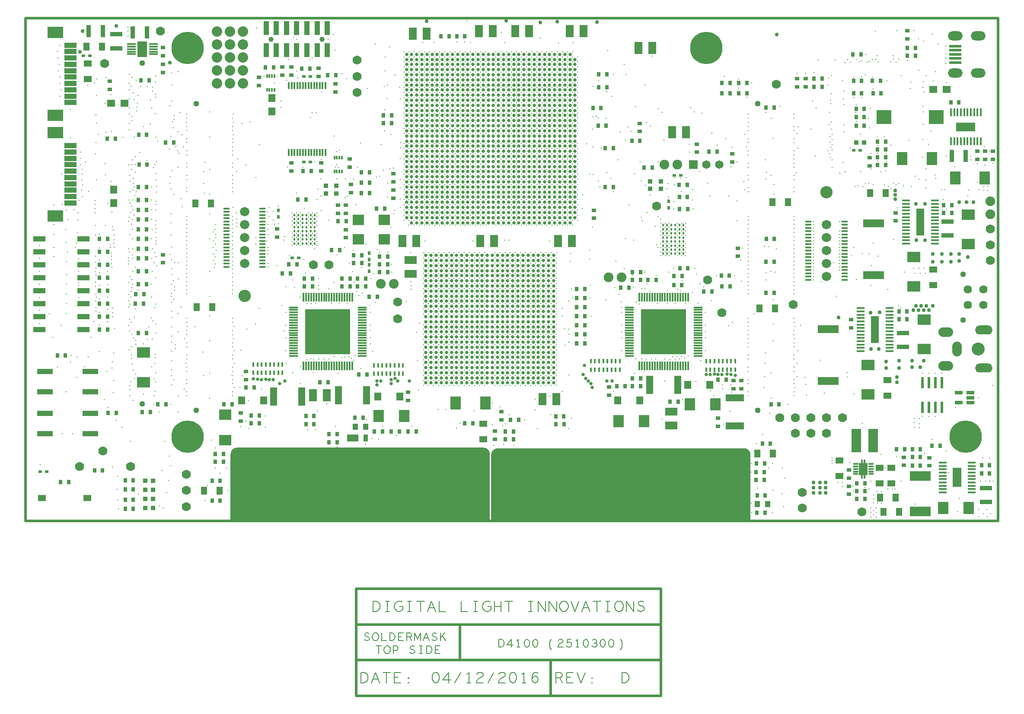
<source format=gbr>
G04 ================== begin FILE IDENTIFICATION RECORD ==================*
G04 Layout Name:  2510300_REV-D.brd*
G04 Film Name:    Mask_top.gbr*
G04 File Format:  Gerber RS274X*
G04 File Origin:  Cadence Allegro 16.6-2015-S051*
G04 Origin Date:  Tue Apr 12 06:53:55 2016*
G04 *
G04 Layer:  VIA CLASS/SOLDERMASK_TOP*
G04 Layer:  PIN/SOLDERMASK_TOP*
G04 Layer:  PACKAGE GEOMETRY/SOLDERMASK_TOP*
G04 Layer:  DRAWING FORMAT/TITLE_BLOCK*
G04 Layer:  BOARD GEOMETRY/SOLDERMASK_TOP*
G04 *
G04 Offset:    (0.00 0.00)*
G04 Mirror:    No*
G04 Mode:      Positive*
G04 Rotation:  0*
G04 FullContactRelief:  No*
G04 UndefLineWidth:     0.00*
G04 ================== end FILE IDENTIFICATION RECORD ====================*
%FSLAX25Y25*MOIN*%
%IR0*IPPOS*OFA0.00000B0.00000*MIA0B0*SFA1.00000B1.00000*%
%ADD84O,.114X.071*%
%ADD86O,.134X.07*%
%ADD72R,.063X.21*%
%ADD81O,.074X.114*%
%ADD29R,.102X.083*%
%ADD78O,.114X.074*%
%ADD66R,.14X.055*%
%ADD63R,.083X.102*%
%ADD12C,.01*%
%ADD43R,.055X.14*%
%ADD30R,.076X.12*%
%ADD21C,.03*%
%ADD15R,.12X.086*%
%ADD13R,.122X.039*%
%ADD82R,.145X.065*%
%ADD67R,.164X.064*%
%ADD39C,.025*%
%ADD17C,.07*%
%ADD79R,.065X.145*%
%ADD71R,.075X.181*%
%ADD62C,.026*%
%ADD47R,.039X.108*%
%ADD33C,.08*%
%ADD28C,.044*%
%ADD75R,.162X.077*%
%ADD50C,.018*%
%ADD42C,.072*%
%ADD88C,.064*%
%ADD65C,.065*%
%ADD60C,.075*%
%ADD46C,.039*%
%ADD41C,.095*%
%ADD64R,.065X.065*%
%AMMACRO69*
4,1,21,-.01949,.00827,
.01122,.00827,
.012656,.008144,
.014049,.007771,
.015355,.007162,
.016536,.006335,
.017555,.005316,
.018382,.004135,
.018991,.002829,
.019364,.001436,
.01949,0.0,
.019364,-.001436,
.018991,-.002829,
.018382,-.004135,
.017555,-.005316,
.016536,-.006335,
.015355,-.007162,
.014049,-.007771,
.012656,-.008144,
.01122,-.00827,
-.01949,-.00827,
-.01949,.00827,
0.0*
%
%ADD69MACRO69*%
%ADD74R,.115X.11*%
%AMMACRO70*
4,1,20,-.03248,.04724,
-.03248,-.04724,
-.01535,-.04724,
-.01535,-.0748,
-.00433,-.0748,
-.00433,-.04724,
.00433,-.04724,
.00433,-.0748,
.01535,-.0748,
.01535,-.04724,
.03248,-.04724,
.03248,.04724,
.01535,.04724,
.01535,.0748,
.00433,.0748,
.00433,.04724,
-.00433,.04724,
-.00433,.0748,
-.01535,.0748,
-.01535,.04724,
-.03248,.04724,
0.0*
%
%ADD70MACRO70*%
%ADD25R,.032X.03*%
%ADD80R,.06X.03*%
%ADD44R,.02X.025*%
%ADD16R,.03X.032*%
%ADD87C,.1*%
%ADD56R,.04X.05*%
%ADD31R,.07X.012*%
%ADD11R,.025X.02*%
%ADD49R,.07X.013*%
%ADD37C,.2*%
%ADD48R,.013X.07*%
%ADD36C,.12*%
%ADD83R,.016X.06*%
%ADD73R,.06X.015*%
%ADD35R,.05X.017*%
%ADD76R,.06X.016*%
%ADD19R,.063X.05*%
%ADD51R,.014X.054*%
%ADD20R,.05X.063*%
%ADD54R,.035X.035*%
%ADD32C,.25*%
%ADD23R,.055X.06*%
%ADD57R,.034X.054*%
%ADD45R,.014X.029*%
%ADD40R,.018X.034*%
%ADD38R,.055X.06*%
%ADD27R,.035X.035*%
%ADD24R,.06X.055*%
%ADD85R,.093X.024*%
%ADD77R,.024X.085*%
%ADD18R,.098X.04*%
%ADD55R,.085X.054*%
%ADD10R,.064X.048*%
%ADD61R,.095X.063*%
%ADD14R,.096X.044*%
%ADD53R,.35X.35*%
%ADD52R,.063X.095*%
%ADD34R,.095X.083*%
%ADD58R,.083X.095*%
%ADD26R,.098X.038*%
%ADD22R,.038X.098*%
%ADD59R,.087X.079*%
%AMMACRO68*
4,1,21,.01949,-.00827,
-.01122,-.00827,
-.012656,-.008144,
-.014049,-.007771,
-.015355,-.007162,
-.016536,-.006335,
-.017555,-.005316,
-.018382,-.004135,
-.018991,-.002829,
-.019364,-.001436,
-.01949,0.0,
-.019364,.001436,
-.018991,.002829,
-.018382,.004135,
-.017555,.005316,
-.016536,.006335,
-.015355,.007162,
-.014049,.007771,
-.012656,.008144,
-.01122,.00827,
.01949,.00827,
.01949,-.00827,
0.0*
%
%ADD68MACRO68*%
%ADD89C,.02*%
%ADD90C,.006*%
%ADD91C,.008*%
G75*
%LPD*%
G75*
G36*
G01X158000Y500D02*
Y51500D01*
G02X163000Y56500I4998J2D01*
G01X353000D01*
G02X358000Y51500I2J-4998D01*
G01Y500D01*
X158000D01*
G37*
G36*
G01X359000Y0D02*
Y51000D01*
G02X364000Y56000I4998J2D01*
G01X554000D01*
G02X559000Y51000I2J-4998D01*
G01Y0D01*
X359000D01*
G37*
G54D10*
X12480Y17500D03*
X47520D03*
G54D20*
X47000Y366000D03*
X59000D03*
X137400Y23100D03*
X132000Y165000D03*
X144000D03*
X131000Y245000D03*
X143000D03*
X149400Y23100D03*
X564200Y51800D03*
X566000Y164000D03*
X576200Y51800D03*
X578000Y164000D03*
X576000Y246000D03*
X588000D03*
X651100Y252900D03*
X661600Y7000D03*
X671000Y18000D03*
X659000D03*
X663100Y252900D03*
X673600Y7000D03*
G54D11*
X11100Y38000D03*
X16100D03*
X49500Y359000D03*
X44500D03*
X205500Y203000D03*
X210500D03*
X214500Y277000D03*
Y343000D03*
X219500Y277000D03*
Y343000D03*
X500100Y266700D03*
X505100D03*
X643500Y286000D03*
X638500D03*
G54D21*
X42000Y362000D03*
X44000Y378000D03*
X70000Y382000D03*
X111200Y353600D03*
X309100Y385400D03*
X370600Y386000D03*
X397000Y384500D03*
X409700Y385100D03*
X440500Y385000D03*
X579200Y375100D03*
X617000Y21500D03*
X607500D03*
X612500D03*
X617000Y25500D03*
Y29500D03*
X612500D03*
X607500D03*
X612500Y25500D03*
X607500D03*
X626900Y156800D03*
X652000Y132500D03*
X651500Y160500D03*
X672000Y107000D03*
Y111000D03*
X663500Y118000D03*
Y123000D03*
X658000Y132500D03*
X655000Y139500D03*
X658500Y161000D03*
X655000Y156000D03*
Y147500D03*
X670500Y248100D03*
Y255000D03*
Y251700D03*
X683500Y118500D03*
X673500Y118000D03*
Y123500D03*
X683500D03*
X688500Y162500D03*
X684500D03*
X686500Y166000D03*
X687000Y216500D03*
X686500Y244500D03*
X690000Y118500D03*
X692500Y123500D03*
X696500Y162500D03*
X692500D03*
X699500Y166000D03*
X694500D03*
X690500D03*
X706500Y206000D03*
Y200000D03*
X699500D03*
Y206000D03*
X693500Y216500D03*
X690000Y222000D03*
Y230500D03*
X693500Y244500D03*
X690000Y239000D03*
X720000Y206000D03*
Y200500D03*
X713500Y206000D03*
Y200000D03*
X720000Y246000D03*
X726500Y203500D03*
X731000Y246000D03*
X725500D03*
G54D30*
X90000Y364000D03*
G54D12*
X11100Y43100D03*
X20900Y141700D03*
X10550Y152200D03*
X18300Y160000D03*
X10550Y162700D03*
Y172300D03*
Y182400D03*
Y192700D03*
Y212700D03*
Y202400D03*
X27926Y67126D03*
X36326D03*
X31300Y99626D03*
X34600Y122500D03*
X24400Y118400D03*
X35100Y127500D03*
X27100Y150800D03*
X31400Y160000D03*
Y175000D03*
Y167500D03*
Y190000D03*
Y182500D03*
X21900Y204000D03*
Y211000D03*
X32100Y207500D03*
X31400Y200000D03*
X38600Y210900D03*
X38800Y214100D03*
X21900Y220800D03*
Y228700D03*
X30900Y225000D03*
X31100Y215000D03*
X21900Y243600D03*
X37200Y240100D03*
X28100Y244300D03*
X31500Y240000D03*
X32400Y232500D03*
X27400Y267500D03*
X34500Y295500D03*
Y317300D03*
X26668Y327632D03*
X26574Y337474D03*
X27347Y332553D03*
X26405Y342395D03*
X25084Y347316D03*
X25763Y352237D03*
X26100Y367000D03*
X24942Y357158D03*
X24379Y362079D03*
X45600Y118900D03*
X48100Y126500D03*
X39400Y126300D03*
Y110400D03*
X56800Y130600D03*
X50400Y141700D03*
X54100Y161800D03*
X52500Y154000D03*
X53900Y169600D03*
X54200Y175000D03*
X54100Y164700D03*
X54400Y172700D03*
X41000Y172300D03*
X53900Y184100D03*
X54200Y195000D03*
X53700Y180900D03*
X54000Y192200D03*
X54100Y189500D03*
X41000Y192700D03*
X40900Y181500D03*
Y183600D03*
X54000Y204200D03*
X53700Y199500D03*
X40900Y202300D03*
X53900Y220500D03*
Y228000D03*
X40100Y232300D03*
X40000Y222700D03*
X53600Y237700D03*
X53500Y240900D03*
X53600Y244100D03*
Y247300D03*
X40500Y237700D03*
X41100Y247300D03*
X43900Y259200D03*
X43932Y250132D03*
X43200Y262800D03*
X43347Y255053D03*
X54500Y263100D03*
X43400Y267500D03*
X48500Y254200D03*
X42079Y284579D03*
X43600Y271200D03*
X42037Y274737D03*
X42242Y279658D03*
X53900Y283100D03*
X46300Y276900D03*
X56300Y298100D03*
X54200Y291900D03*
Y313100D03*
X54600Y306900D03*
X48000Y336000D03*
X54400Y328100D03*
X53000Y338000D03*
X55000Y341000D03*
X71400Y9200D03*
X71000Y16200D03*
X70600Y24200D03*
X70900Y34100D03*
X66800Y41700D03*
X74200Y72200D03*
X69700Y77500D03*
X63500Y87500D03*
X60400Y93700D03*
X67650Y98850D03*
X67700Y108300D03*
X66550Y117750D03*
X67030Y122470D03*
X62426Y115374D03*
X67860Y129560D03*
X67200Y160553D03*
Y157648D03*
X56900Y151100D03*
Y160800D03*
X63100Y153600D03*
X68440Y148460D03*
X56900Y171300D03*
X63100Y163100D03*
Y172600D03*
X67300Y164100D03*
X66400Y195700D03*
X56900Y191400D03*
Y181700D03*
X63100Y182300D03*
Y192600D03*
X68300Y211100D03*
X68000Y214100D03*
X65100Y213300D03*
X65200Y210900D03*
X66100Y206500D03*
X66200Y204100D03*
X66100Y201400D03*
Y198800D03*
X56900Y201300D03*
Y210700D03*
X68240Y216960D03*
X68100Y220600D03*
X67400Y224500D03*
X66700Y227000D03*
X56900Y221100D03*
X61600Y227800D03*
X66520Y238220D03*
X63350Y245350D03*
X61600Y266900D03*
X66000Y262000D03*
X61100Y275400D03*
X66100Y300600D03*
X62000Y300000D03*
X66000Y329000D03*
X61050Y322050D03*
X62000Y342000D03*
X87000Y20600D03*
X81000Y61300D03*
X80300Y104200D03*
X81100Y107300D03*
X90800Y98000D03*
X80110Y96490D03*
X80610Y101210D03*
X83000Y93000D03*
X84800Y113293D03*
X84000Y109800D03*
X81400Y125300D03*
X82800Y116300D03*
X82200Y120900D03*
X85000Y136371D03*
Y139290D03*
X90800Y136400D03*
X83230Y141370D03*
X81980Y134280D03*
X81730Y143730D03*
X80020Y131920D03*
X81600Y128200D03*
X81480Y153180D03*
X80300Y146500D03*
X80260Y155540D03*
X84000Y157000D03*
X79620Y150820D03*
X84600Y163500D03*
X81000Y172400D03*
X86400Y178000D03*
X79440Y174440D03*
X81200Y176800D03*
X79420Y169720D03*
X79590Y164990D03*
X80550Y167350D03*
X84500Y195700D03*
X82500Y182500D03*
Y192500D03*
X81850Y186250D03*
X79590Y183890D03*
X80590Y188610D03*
X81800Y180000D03*
X80000Y207200D03*
X82250Y205150D03*
X79240Y198060D03*
X79190Y202790D03*
X82500Y202500D03*
Y210000D03*
X79330Y209870D03*
X79370Y200430D03*
X82500Y225000D03*
Y217500D03*
X81470Y228770D03*
X80550Y220950D03*
X79170Y231130D03*
X82500Y247500D03*
Y232500D03*
Y240000D03*
X83440Y235860D03*
X80590Y245310D03*
X81850Y242950D03*
X79770Y247670D03*
X80800Y238000D03*
X79800Y234100D03*
X85200Y254000D03*
X84200Y251200D03*
X83400Y257700D03*
X83100Y260500D03*
X82810Y264210D03*
X82600Y255200D03*
X80070Y266570D03*
X80500Y253800D03*
Y262300D03*
X81790Y271290D03*
X79400Y274400D03*
X84600Y274900D03*
X84440Y280740D03*
X82120Y278380D03*
X87700Y284200D03*
X81800Y275000D03*
X84370Y268930D03*
X79900Y302000D03*
X83800Y296200D03*
X75000Y296000D03*
X85470Y316170D03*
X81850Y308818D03*
Y311723D03*
X85800Y319200D03*
X90760Y304360D03*
X79900Y318520D03*
Y313790D03*
Y306700D03*
X81270Y335070D03*
X83626Y325027D03*
X82850Y330350D03*
X86600Y328300D03*
X88900Y335100D03*
X86250Y322050D03*
X79900Y337410D03*
Y332690D03*
Y325600D03*
X85200Y339800D03*
X81840Y342160D03*
X79900Y344500D03*
X88000Y360000D03*
Y368000D03*
X90000Y364000D03*
X79000Y374000D03*
Y378000D03*
Y381000D03*
X106000Y9900D03*
X103100Y11400D03*
X105300Y38800D03*
X109000Y21900D03*
X107200Y61200D03*
X98600Y90000D03*
X103000Y84000D03*
X99000Y96500D03*
X100080Y107120D03*
X99020Y109480D03*
X99970Y100030D03*
X99510Y121290D03*
X97130Y118930D03*
X100010Y126010D03*
X100200Y114200D03*
X94000Y140000D03*
X97400Y140300D03*
X100180Y128380D03*
X98240Y154360D03*
X95000Y149600D03*
X100610Y144910D03*
X97000Y156600D03*
X100300Y152000D03*
X97000Y172500D03*
X99400Y164500D03*
X100100Y167200D03*
X100880Y196880D03*
X100070Y187430D03*
X97400Y192500D03*
X96900Y182500D03*
X100420Y213420D03*
X99400Y206900D03*
X99140Y199240D03*
X100470Y203970D03*
X97900Y210000D03*
X97100Y202500D03*
X100380Y215780D03*
X100500Y218600D03*
X100200Y222600D03*
X100400Y225500D03*
X100300Y228200D03*
X100500Y231700D03*
X97400Y225000D03*
X96700Y217500D03*
X100630Y244130D03*
X100690Y246490D03*
X96900Y247500D03*
X97100Y240000D03*
Y232500D03*
X100300Y239900D03*
X100930Y253570D03*
X101000Y258300D03*
X97300Y257500D03*
X100680Y263020D03*
X99530Y274830D03*
X98670Y272470D03*
X100650Y267750D03*
X100800Y277200D03*
X93600Y277900D03*
X100300Y296000D03*
X102000Y293000D03*
X97200Y318400D03*
X96200Y306200D03*
X99700Y314100D03*
X97870Y331530D03*
X97900Y334700D03*
X96260Y324440D03*
X100100Y326800D03*
X100060Y329160D03*
X94000Y335000D03*
X100210Y338610D03*
X100240Y343340D03*
X92000Y360000D03*
Y368000D03*
X110100Y31100D03*
X111850Y42450D03*
X111000Y49900D03*
X117500Y83800D03*
X111800Y90000D03*
X124065Y109025D03*
Y96425D03*
Y99575D03*
X114100Y108900D03*
X112550Y104760D03*
X124065Y105875D03*
X122100Y101400D03*
X117800Y96300D03*
X124065Y118475D03*
Y124775D03*
X112550Y123650D03*
Y116570D03*
Y111840D03*
X124065Y115325D03*
X123625Y121625D03*
X124065Y134225D03*
Y137375D03*
X115439Y135739D03*
Y132820D03*
X124065Y143675D03*
X112550Y142550D03*
Y137830D03*
Y130740D03*
X124065Y127925D03*
X122625Y140525D03*
X124065Y156275D03*
Y153125D03*
Y146825D03*
X117500Y159800D03*
X112550Y161450D03*
Y156720D03*
Y149640D03*
X124575Y149975D03*
X117500Y145900D03*
X124065Y175175D03*
Y178325D03*
X114750Y177713D03*
X120000Y165000D03*
X114300Y170900D03*
X112240Y173260D03*
X112550Y175620D03*
Y168530D03*
X124065Y197225D03*
Y194075D03*
X114750Y180618D03*
X124065Y187775D03*
Y184625D03*
X112550Y194520D03*
X113830Y185070D03*
X124065Y190925D03*
Y181475D03*
X112550Y189790D03*
Y182710D03*
X117900Y186700D03*
X111400Y205500D03*
X124065Y203525D03*
Y206675D03*
Y212975D03*
X117900Y199100D03*
X112550Y211050D03*
Y201610D03*
X124065Y209825D03*
Y200375D03*
X114700Y199100D03*
X124065Y216125D03*
Y231875D03*
X112050Y229950D03*
X112300Y220500D03*
X124065Y228725D03*
Y219275D03*
Y225575D03*
Y222425D03*
Y235025D03*
X119700Y248400D03*
X112240Y237040D03*
X121000Y242200D03*
X111690Y265390D03*
X111260Y260660D03*
X112340Y255940D03*
X114200Y252000D03*
X124065Y266525D03*
Y253925D03*
Y257075D03*
Y263375D03*
X118300Y283400D03*
X117500Y272900D03*
X113010Y270110D03*
X124065Y282275D03*
Y272825D03*
Y275975D03*
Y301175D03*
Y294875D03*
Y291725D03*
X117200Y285400D03*
X111000Y287000D03*
X115800Y288800D03*
X117500Y300300D03*
X112000Y296500D03*
X124065Y285425D03*
X121675Y288575D03*
X120425Y298025D03*
X114550Y309548D03*
Y312453D03*
X113880Y303180D03*
X111350Y320150D03*
X124065Y304325D03*
Y310625D03*
Y313775D03*
X113200Y307900D03*
X124025Y307475D03*
X119000Y314900D03*
X112750Y336250D03*
X112500Y323800D03*
X117400Y346400D03*
X112500Y345700D03*
X138200Y15500D03*
X140250Y27350D03*
X143050Y62150D03*
X141870Y94600D03*
Y113850D03*
X137225Y112175D03*
X141870Y138850D03*
X136600Y130200D03*
X141870Y158100D03*
X130590Y149975D03*
X141870Y173350D03*
Y192600D03*
X144600Y211000D03*
X141870Y217600D03*
Y236850D03*
X141770Y252000D03*
X138000Y253000D03*
X137275Y260225D03*
X141870Y271350D03*
X138100Y276400D03*
X137325Y269675D03*
X141870Y296350D03*
Y315600D03*
X149900Y36600D03*
X155700Y23100D03*
X146200Y40900D03*
X155100Y40500D03*
X146200Y56100D03*
X159675Y105875D03*
Y99575D03*
X159525Y96425D03*
X159675Y109025D03*
X160825Y102725D03*
X159675Y118475D03*
Y124775D03*
Y115325D03*
X160875Y121625D03*
X159275Y112175D03*
X159675Y134225D03*
Y127925D03*
Y137375D03*
Y143675D03*
X160225Y140525D03*
X160925Y131075D03*
X159675Y156275D03*
Y146825D03*
Y153125D03*
X160675Y149975D03*
X159675Y175175D03*
Y178325D03*
Y184625D03*
Y197225D03*
Y187775D03*
Y194075D03*
Y190925D03*
Y181475D03*
X145600Y195700D03*
X159675Y212975D03*
Y200375D03*
Y209825D03*
Y203525D03*
Y206675D03*
X146200Y203400D03*
X146100Y198300D03*
X145000Y206000D03*
X146200Y213600D03*
X145000Y201000D03*
X146900Y208400D03*
X159675Y225575D03*
Y216125D03*
Y231875D03*
Y222425D03*
Y219275D03*
Y228725D03*
X146500Y218500D03*
X146600Y221000D03*
X144700Y223000D03*
X146500Y228500D03*
X146000Y225000D03*
X144700Y215900D03*
X159675Y235025D03*
X160000Y242000D03*
X159675Y263375D03*
Y253925D03*
Y266525D03*
Y257075D03*
Y260225D03*
Y275975D03*
Y282275D03*
Y272825D03*
Y294875D03*
Y301175D03*
Y291725D03*
Y285425D03*
X160225Y298025D03*
X159375Y288575D03*
X159675Y304325D03*
X160225Y313775D03*
X159675Y310625D03*
X160225Y307475D03*
X172100Y71300D03*
X166000Y72400D03*
X170000Y77000D03*
X171700Y93000D03*
X165300Y103000D03*
X166700Y112000D03*
X165700Y131500D03*
X177200Y151900D03*
X170400Y147800D03*
X177500Y213500D03*
X163000Y227000D03*
Y230000D03*
X177500Y218500D03*
X162500Y237500D03*
X163000Y233000D03*
X177500Y265000D03*
X170000Y274700D03*
X163400Y279125D03*
X162475Y269675D03*
X173100Y308000D03*
X166900Y306400D03*
X178334Y380066D03*
X192300Y52300D03*
X185000Y72100D03*
X184700Y80900D03*
X181900Y101700D03*
X180200Y164000D03*
X186900Y196000D03*
X193800Y196900D03*
X186900Y198500D03*
X187000Y211000D03*
X186900Y206000D03*
Y208500D03*
X195000Y229200D03*
X186000Y216000D03*
X186500Y228500D03*
X192000Y229000D03*
X187000Y225000D03*
X191000Y232000D03*
X187000Y221000D03*
X195000Y243000D03*
X191000Y239000D03*
X188000Y242000D03*
Y235000D03*
X186500Y238500D03*
X180350Y290350D03*
X197000Y319000D03*
Y324000D03*
X194000Y343000D03*
X184000D03*
X191953Y337953D03*
X211900Y106000D03*
X200950Y121050D03*
X212000Y119000D03*
X205900Y114200D03*
X200500Y141079D03*
Y131236D03*
X199100Y146600D03*
X200500Y160764D03*
Y150921D03*
X197600Y166100D03*
X211624Y172476D03*
X200900Y180600D03*
X207100Y180000D03*
X205800Y185800D03*
X205551Y212402D03*
X214600Y201500D03*
X208701Y212402D03*
X203500Y204600D03*
X211850Y212402D03*
X205551Y231299D03*
X208701Y228150D03*
X211850D03*
Y231299D03*
Y221850D03*
X208701Y218701D03*
X211850D03*
X208701Y215551D03*
X205551Y221850D03*
X199800Y219300D03*
X205551Y218701D03*
X199200Y216700D03*
X208701Y231299D03*
X205551Y228150D03*
Y215551D03*
X208701Y221850D03*
X211850Y215551D03*
X205551Y234449D03*
X214804Y241195D03*
X208701Y237598D03*
X205551D03*
X208701Y234449D03*
X211850D03*
Y237598D03*
X209000Y253000D03*
X202000Y273000D03*
X213900D03*
X201200Y340000D03*
X210000Y342000D03*
X209000Y347000D03*
X203000Y356000D03*
X209000Y371600D03*
X206600Y373100D03*
X217600Y70300D03*
X223600Y70200D03*
X224900Y84900D03*
X232350Y90050D03*
X230047Y124753D03*
X226110Y124890D03*
X216800Y124300D03*
X221700Y114100D03*
X222000Y124800D03*
X219700D03*
X225000Y138000D03*
X217000D03*
X225000Y130000D03*
X217000D03*
X225000Y154500D03*
X217000D03*
X225000Y162000D03*
X217000D03*
Y146000D03*
X225000D03*
X225800Y178400D03*
X217200Y167500D03*
X223500D03*
X220205Y167505D03*
X215900Y191300D03*
X226000Y187000D03*
Y182000D03*
X221299Y212402D03*
X218150D03*
X224449D03*
X222800Y209800D03*
X221299Y221850D03*
Y228150D03*
Y231299D03*
X218150Y228150D03*
Y231299D03*
Y221850D03*
Y218701D03*
X224449Y215551D03*
Y218701D03*
X221299D03*
Y215551D03*
X224449Y228150D03*
Y231299D03*
X218150Y215551D03*
X224449Y221850D03*
X221299Y234449D03*
Y237598D03*
X224449D03*
X218150D03*
X224449Y234449D03*
X227700Y239700D03*
X224500Y247800D03*
X218150Y234449D03*
X228000Y264000D03*
X227400Y250500D03*
X225500Y256000D03*
X223000Y277000D03*
X228000Y279000D03*
X219500Y311300D03*
X221000Y315000D03*
X224000D03*
X228100Y330900D03*
X219100Y356000D03*
X221000Y357300D03*
X238000Y56300D03*
X238800Y72900D03*
X240200Y56900D03*
X233984Y124984D03*
X241000Y114000D03*
X238000Y126600D03*
X243827Y125873D03*
X249200Y126700D03*
X246300Y126100D03*
X241000Y138000D03*
X249000D03*
X233000D03*
X241000Y130000D03*
X249000D03*
X233000D03*
X241000Y154500D03*
X249000D03*
X233000D03*
X241000Y162000D03*
X249000D03*
X233000D03*
X249000Y146000D03*
X241000D03*
X233000D03*
X233984Y179000D03*
X235953Y167800D03*
X247764Y167500D03*
X241858Y168042D03*
X237700Y183900D03*
X246000Y210900D03*
X249500Y199000D03*
X240100Y205300D03*
X233400Y231900D03*
X246036Y249106D03*
X246400Y263900D03*
X240000Y264000D03*
X247900Y250700D03*
X238800Y273000D03*
X241000D03*
X240016Y284984D03*
X240000Y274900D03*
X241984Y285984D03*
X237900Y296900D03*
X247500Y341100D03*
X244000Y345000D03*
X238634Y363334D03*
X233100Y371600D03*
X237100Y375300D03*
X267000Y63500D03*
X262300Y59300D03*
X263000Y78000D03*
X258550Y117550D03*
X253000Y124000D03*
X251100Y125600D03*
X253700Y127299D03*
X265900Y141100D03*
X267500Y130900D03*
X265900Y136500D03*
X265716Y146984D03*
X265900Y160764D03*
Y150921D03*
X265200Y166300D03*
X256800Y173900D03*
X259800Y175900D03*
X255500Y177000D03*
X253100Y184200D03*
X252200Y192100D03*
X266100Y187000D03*
X259100Y195600D03*
X262400Y213500D03*
X252900Y208400D03*
X255000Y244000D03*
X253000Y264000D03*
X255900Y272900D03*
X258300Y291500D03*
X263400Y333500D03*
X272200Y62800D03*
X275100Y73000D03*
X270000Y168500D03*
X272900Y194900D03*
X267700Y190500D03*
X282300Y192000D03*
X271200Y209300D03*
X272900Y206800D03*
X281800Y198000D03*
X279100Y207100D03*
X281600Y226200D03*
X284400Y239500D03*
X278950Y249850D03*
X283800Y236800D03*
X279050Y260550D03*
X270500Y265200D03*
X273000Y266000D03*
X281000Y271700D03*
X283600Y272200D03*
X275900Y270400D03*
X274200Y290100D03*
X276900Y300800D03*
X281400Y298100D03*
X277000Y317300D03*
X276500Y335350D03*
X278500Y326000D03*
X278921Y336122D03*
X277150Y347150D03*
X285000Y344000D03*
X280400Y365600D03*
X269650Y367850D03*
X277050Y357850D03*
X286000Y66000D03*
X298000Y73000D03*
X302300Y123600D03*
X301400Y145100D03*
X297314Y178611D03*
X293600Y169100D03*
X297314Y181389D03*
X297000Y184700D03*
Y206900D03*
X295696Y231996D03*
X299634D03*
Y228059D03*
X291759Y231996D03*
X295696Y228059D03*
Y247744D03*
Y243808D03*
X291759Y247744D03*
X299634Y239870D03*
X291759D03*
Y235934D03*
X295696D03*
X288900Y248100D03*
X288700Y241900D03*
X295696Y239870D03*
X299634Y247744D03*
Y243808D03*
Y235934D03*
X291759Y243808D03*
X295696Y251682D03*
X291759Y259556D03*
Y255618D03*
X299634Y263492D03*
Y259556D03*
X295696Y267430D03*
Y255618D03*
X291759Y263492D03*
X295696D03*
X299634Y251682D03*
X288800Y256900D03*
Y263100D03*
X291759Y251682D03*
X295696Y259556D03*
X299634Y267430D03*
X291759D03*
X299634Y255618D03*
X295696Y271366D03*
X299634Y283178D03*
X291759Y279241D03*
Y275304D03*
X299634Y279241D03*
X295696Y283178D03*
X291759D03*
X299634Y275304D03*
Y271366D03*
X295696Y275304D03*
X288800Y279400D03*
X291759Y271366D03*
X295696Y279241D03*
X291759Y287115D03*
X295696Y298948D03*
X299634Y291052D03*
Y298948D03*
X291759D03*
X295696Y291052D03*
Y287115D03*
X289100Y291900D03*
X299634Y287115D03*
X291759Y291052D03*
X289200Y287900D03*
X299634Y314696D03*
X291759Y318634D03*
X299634Y302885D03*
Y318634D03*
Y310759D03*
X295696Y302885D03*
X291759Y314696D03*
Y306822D03*
X295696Y310759D03*
X299634Y306822D03*
X291759Y302885D03*
X295696Y306822D03*
X291759Y310759D03*
X295696Y314696D03*
Y318634D03*
X291759Y322570D03*
X295696Y330444D03*
X288400Y334400D03*
X288900Y325600D03*
X291759Y326508D03*
X295696Y322570D03*
X299634Y330444D03*
X291759Y334382D03*
Y330444D03*
X295696Y326508D03*
Y334382D03*
X299634D03*
Y322570D03*
Y326508D03*
X295696Y354066D03*
X291759Y350129D03*
X299634Y354066D03*
X295696Y350130D03*
Y342256D03*
X299634Y350130D03*
X291759Y354066D03*
Y342256D03*
X295696Y338318D03*
Y346192D03*
X299634Y338318D03*
X291759D03*
Y346192D03*
X299634Y342256D03*
Y346192D03*
Y361941D03*
X295696Y358004D03*
X291759D03*
X299634D03*
X295696Y361941D03*
X291759D03*
X318000Y86000D03*
X306708Y108344D03*
X310644D03*
Y104408D03*
X318518D03*
Y108344D03*
X306708Y104408D03*
X303000Y101000D03*
X314582Y108344D03*
Y104408D03*
X306708Y112282D03*
Y116218D03*
Y120156D03*
X310644Y116218D03*
Y120156D03*
Y124092D03*
X318518D03*
X314582Y116218D03*
X318518Y112282D03*
X314582D03*
X318518Y116218D03*
Y120156D03*
X314582Y124092D03*
X306708D03*
X310644Y112282D03*
X314582Y120156D03*
X306708Y131966D03*
X314582Y143778D03*
X310644Y139841D03*
X306708D03*
X318518Y135904D03*
X310644D03*
X314582Y128030D03*
Y135904D03*
X306708D03*
X310644Y128030D03*
X318518Y143778D03*
Y139841D03*
X314582Y131966D03*
X310644Y143778D03*
X318518Y131966D03*
X306708Y128030D03*
Y143778D03*
X314582Y139841D03*
X318518Y128030D03*
X310644Y131966D03*
X318518Y151652D03*
X314582Y147715D03*
Y159548D03*
Y151652D03*
X318518Y159548D03*
X310644D03*
Y147715D03*
X306708Y159548D03*
Y147715D03*
Y151652D03*
X310644D03*
X303900Y152500D03*
X318518Y147715D03*
Y179234D03*
Y175296D03*
Y163485D03*
X306708Y179234D03*
Y175296D03*
Y171359D03*
X314582Y179234D03*
X310644Y171359D03*
Y163485D03*
X314582Y175296D03*
Y171359D03*
X310644Y167422D03*
X306708Y163485D03*
X310644Y179234D03*
X318518Y171359D03*
X306708Y167422D03*
X314582Y163485D03*
X310644Y175296D03*
X314582Y167422D03*
X318518D03*
Y194982D03*
Y183170D03*
X314582Y194982D03*
X318518Y187108D03*
X310644D03*
Y183170D03*
X306708D03*
X310644Y194982D03*
X306708Y187108D03*
X314582Y183170D03*
X318518Y191044D03*
X314582Y187108D03*
X306708Y194982D03*
Y191044D03*
X310644D03*
X314582D03*
X306708Y202856D03*
X310644D03*
Y198918D03*
X314582Y206792D03*
X318518Y198918D03*
X314582D03*
X318518Y202856D03*
X310644Y206792D03*
X306708D03*
X314582Y202856D03*
X306708Y198918D03*
X318518Y206792D03*
X315382Y228059D03*
X311444D03*
X307508D03*
X303570D03*
X319318Y231996D03*
X315382D03*
X307508D03*
X303570D03*
X319318Y228059D03*
X308000Y216000D03*
X311444Y231996D03*
X303570Y243807D03*
X307507Y247744D03*
X315381D03*
Y243807D03*
X311444D03*
X319318D03*
X311444Y247744D03*
X303570D03*
X319318Y235934D03*
X315382D03*
X311444D03*
X307508D03*
X319318Y239870D03*
X311444D03*
X307508D03*
X303570D03*
Y235934D03*
X315382Y239870D03*
X307508Y243808D03*
X319318Y247744D03*
X307507Y255618D03*
Y251681D03*
Y259555D03*
X311444Y263492D03*
X303570Y267429D03*
X307507D03*
X311444D03*
X315381Y263492D03*
X303570Y259555D03*
X315381Y267429D03*
X319318Y263492D03*
Y259555D03*
X303570Y263492D03*
Y251681D03*
X311444Y255618D03*
Y259555D03*
X315381Y251681D03*
Y255618D03*
X311444Y251682D03*
X307508Y263492D03*
X319318Y267430D03*
X303570Y255618D03*
X315382Y259556D03*
X319318Y255618D03*
Y251681D03*
X315381Y271366D03*
Y275304D03*
X319318Y271366D03*
Y275304D03*
X303571Y279241D03*
X311444Y275304D03*
X303570Y271366D03*
X307507D03*
Y275304D03*
X319319Y283179D03*
X315382D03*
X311445D03*
X319319Y279241D03*
X303570Y275304D03*
X315382Y279241D03*
X311444Y271366D03*
X307508Y283178D03*
Y279241D03*
X303571Y283179D03*
X311445Y279241D03*
X315382Y291053D03*
X307507Y291052D03*
X307508Y287115D03*
X319319Y291053D03*
X315382Y287115D03*
X307508Y298948D03*
X311445Y287115D03*
X303570Y291052D03*
X315382Y298948D03*
X319319D03*
X311445D03*
X311444Y291052D03*
X319318Y287115D03*
X303570Y298948D03*
X303571D03*
Y287115D03*
X307508Y310760D03*
X303571Y302886D03*
X307508Y314696D03*
X303571D03*
Y306822D03*
Y310760D03*
X311445D03*
X319319Y302886D03*
X311445D03*
X311444Y314696D03*
X315382Y306822D03*
X311445Y318634D03*
X315382Y310760D03*
X307508Y302886D03*
Y306822D03*
X319318Y310759D03*
X303570Y318634D03*
X311445Y306822D03*
X319319Y314696D03*
X315382D03*
X319319Y318634D03*
X315382D03*
X307508D03*
X315382Y302885D03*
Y302886D03*
X319319Y306822D03*
X307508Y322571D03*
X303571D03*
X307508Y326508D03*
X319318Y330445D03*
Y330444D03*
X315382Y326508D03*
Y330445D03*
X303571D03*
X307508Y334382D03*
X315382Y322570D03*
X311444Y334382D03*
X311445Y330445D03*
Y322571D03*
X303571Y334382D03*
X311445Y326508D03*
X303571D03*
X307508Y330445D03*
X315382Y334382D03*
X319319D03*
Y326508D03*
Y322571D03*
X315382Y350130D03*
X311444D03*
X307508D03*
X303570D03*
X319318Y354066D03*
X315382D03*
X307508D03*
X303570D03*
X311445Y346193D03*
X319319Y338319D03*
X311445Y342256D03*
X303570Y338318D03*
Y338319D03*
X315382Y342256D03*
X315381D03*
X315382Y338318D03*
Y346193D03*
X311445Y338319D03*
X319319Y342256D03*
Y346193D03*
X303571D03*
X307508Y342256D03*
Y346192D03*
X319318Y350130D03*
X311444Y354066D03*
X307508Y338319D03*
X303571Y342256D03*
X319318Y361941D03*
X311444D03*
X319318Y358004D03*
X315382D03*
X311444D03*
X307508D03*
Y361941D03*
X303570D03*
Y358004D03*
X315382Y361941D03*
X314900Y369300D03*
X306150Y369250D03*
X332300Y71700D03*
X334700Y75100D03*
X324000Y86000D03*
X322456Y108344D03*
X326392D03*
X322456Y104408D03*
X326392D03*
X334266Y108344D03*
X330330D03*
Y104408D03*
X334266D03*
X326392Y120156D03*
X322456D03*
Y124092D03*
X330330Y120156D03*
Y124092D03*
X326392Y116218D03*
X322456Y112282D03*
X326392D03*
X334266Y120156D03*
X322456Y116218D03*
X326392Y124092D03*
X330330Y112282D03*
X334266Y116218D03*
X330330D03*
X334266Y124092D03*
Y112282D03*
X326392Y139841D03*
X322456Y131966D03*
X330330Y128030D03*
Y139841D03*
X322456Y128030D03*
X326392Y131966D03*
X322456Y139841D03*
Y143778D03*
X326392Y128030D03*
X330330Y143778D03*
Y135904D03*
X326392D03*
Y143778D03*
X334266D03*
Y135904D03*
X330330Y131966D03*
X334266Y139841D03*
Y131966D03*
X322456Y135904D03*
X334266Y128030D03*
X326392Y147715D03*
X330330D03*
X326392Y151652D03*
X322456Y147715D03*
X326392Y159548D03*
X330330D03*
X322456Y151652D03*
Y159548D03*
X330330Y151652D03*
X334266D03*
Y159548D03*
Y147715D03*
X330330Y179234D03*
X326392Y171359D03*
X322456Y175296D03*
X326392D03*
X330330Y171359D03*
X326392Y179234D03*
X330330Y163485D03*
Y167422D03*
Y175296D03*
X334266Y171359D03*
Y163485D03*
Y175296D03*
Y167422D03*
X322456Y179234D03*
X326392Y167422D03*
X334266Y179234D03*
X322456Y163485D03*
X326392D03*
X322456Y167422D03*
Y171359D03*
X326392Y183170D03*
X330330D03*
X322456D03*
Y194982D03*
X326392D03*
X322456Y187108D03*
Y191044D03*
X326392D03*
Y187108D03*
X334266Y183170D03*
X330330Y194982D03*
X334266Y191044D03*
Y187108D03*
Y194982D03*
X330330Y191044D03*
Y187108D03*
X326392Y198918D03*
Y202856D03*
X322456D03*
X330330Y198918D03*
X334266Y206792D03*
X326392D03*
X334266Y202856D03*
X322456Y198918D03*
Y206792D03*
X334266Y198918D03*
X330330Y202856D03*
Y206792D03*
X335066Y228059D03*
X331130D03*
X327192D03*
X323256D03*
X335066Y231996D03*
X327192D03*
X323256D03*
X331130D03*
X323255Y247744D03*
Y243807D03*
X335066Y235934D03*
X331130D03*
X327192D03*
X331130Y239870D03*
X327192D03*
X323256D03*
X335066Y243808D03*
X331130D03*
X335066Y247744D03*
X331130D03*
X327192D03*
Y243808D03*
X335066Y239870D03*
X323256Y235934D03*
X335066Y263492D03*
X331129Y255618D03*
Y259555D03*
X327192D03*
X323255D03*
X327192Y267429D03*
X323255Y263492D03*
Y251681D03*
X327192Y255618D03*
X335066D03*
Y251682D03*
X331129Y267429D03*
X327192Y251681D03*
X331129Y263492D03*
X323256Y255618D03*
X335066Y259556D03*
X327192Y263492D03*
X335066Y267430D03*
X331130Y251682D03*
X323255Y267429D03*
X323256Y283179D03*
X331130D03*
X327193Y271367D03*
Y279241D03*
X331130D03*
Y275305D03*
X323256Y279241D03*
X327193Y275305D03*
X331130Y271366D03*
X335066Y275304D03*
Y283178D03*
X327192D03*
X335066Y271366D03*
Y279241D03*
X323256Y275304D03*
Y271367D03*
Y287115D03*
X327193Y291053D03*
Y287115D03*
X331130D03*
X323256Y291053D03*
X331130Y298948D03*
X335066Y291052D03*
X323256Y298948D03*
X331130Y291052D03*
X335066Y287115D03*
Y298948D03*
X327193D03*
Y302886D03*
X323256D03*
X331130Y306822D03*
Y318634D03*
X327193D03*
Y314696D03*
X331130D03*
X335066Y302885D03*
X327192Y306822D03*
X335066Y310759D03*
Y318634D03*
X323256D03*
X335066Y306822D03*
Y314696D03*
X331130Y310760D03*
X323256Y314696D03*
Y310760D03*
Y306822D03*
X331130Y302886D03*
X327193Y310760D03*
X335067Y330445D03*
Y326508D03*
X327193Y330445D03*
X323256Y322571D03*
X323255Y326507D03*
X323256Y334382D03*
X335066D03*
X327192Y322570D03*
X323256Y330445D03*
X331130Y322571D03*
X327193Y334382D03*
X331130Y330445D03*
Y326508D03*
Y334382D03*
X327192Y326508D03*
X335066Y322570D03*
Y346192D03*
X331130D03*
X335066Y350130D03*
X331130D03*
X327192D03*
X323256D03*
X335066Y354066D03*
X327192D03*
X323256D03*
X335066Y338318D03*
X331130D03*
Y342256D03*
X327193D03*
X323256D03*
Y346193D03*
X327193Y338319D03*
X331130Y354066D03*
X323256Y338318D03*
X335066Y342256D03*
X327192Y346192D03*
X331130Y361941D03*
X327192D03*
X323256D03*
X335066Y358004D03*
X331130D03*
X327192D03*
X332400Y369700D03*
X335066Y361941D03*
X323256Y358004D03*
X346000Y85000D03*
X338204Y108344D03*
X346078Y104408D03*
X338204D03*
X342141Y108344D03*
Y104408D03*
X346078Y108344D03*
X350015D03*
X353952D03*
X350015Y104408D03*
X353952D03*
Y112282D03*
Y124092D03*
X346078D03*
X350015Y112282D03*
X353952Y120156D03*
X342141Y116218D03*
X350015Y124092D03*
X346078Y112282D03*
X342141D03*
Y120156D03*
Y124092D03*
X346078Y116218D03*
Y120156D03*
X338204Y124092D03*
Y120156D03*
Y116218D03*
X350015Y120156D03*
Y116218D03*
X353952D03*
X338204Y112282D03*
X353952Y128030D03*
X342141Y143778D03*
X350015D03*
X338204Y139841D03*
X353952D03*
X342141Y135904D03*
X338204Y131966D03*
X353952D03*
X350015D03*
X338204Y128030D03*
X350015D03*
X346078D03*
X342141D03*
Y131966D03*
X350015Y135904D03*
X346078Y139841D03*
Y135904D03*
X338204Y143778D03*
X346078D03*
X353952D03*
X342141Y139841D03*
X350015D03*
X338204Y135904D03*
X353952D03*
X346078Y131966D03*
X338204Y159548D03*
X346078D03*
X353952D03*
X342141Y151652D03*
X350015D03*
X353952D03*
X338204Y147715D03*
X346078D03*
X353952D03*
X342141Y159548D03*
X350015D03*
X338204Y151652D03*
X346078D03*
X342141Y147715D03*
X350015D03*
X353952Y179234D03*
X342141D03*
X338204Y175296D03*
X353952D03*
X350015Y171359D03*
X338204Y167422D03*
X346078D03*
X353952D03*
X342141Y163485D03*
X350015D03*
X353952D03*
X350015Y179234D03*
X346078D03*
X338204D03*
X342141Y175296D03*
X346078D03*
X342141Y171359D03*
X346078D03*
X350015Y175296D03*
X338204Y171359D03*
X353952D03*
X342141Y167422D03*
X350015D03*
X338204Y163485D03*
X346078D03*
X350015Y191044D03*
X353952Y194982D03*
Y191044D03*
Y187108D03*
X338204Y194982D03*
X346078D03*
X342141D03*
X350015D03*
X338204Y191044D03*
X353952Y183170D03*
X346078Y187108D03*
X350015Y183170D03*
Y187108D03*
X338204Y183170D03*
X346078Y191044D03*
Y183170D03*
X342141Y187108D03*
X338204D03*
X342141Y191044D03*
Y183170D03*
Y206792D03*
X350015Y198918D03*
X346078Y202856D03*
Y198918D03*
X338204D03*
Y202856D03*
X342141D03*
X353952Y206792D03*
Y198918D03*
X350015Y206792D03*
Y202856D03*
X338204Y206792D03*
X346078D03*
X353952Y202856D03*
X342141Y198918D03*
X354752Y228059D03*
X350815D03*
X346878D03*
X342941D03*
X354752Y231996D03*
X346878D03*
X342941D03*
X339004D03*
Y228059D03*
X345000Y216000D03*
X350815Y231996D03*
X354752Y235934D03*
X350815D03*
X346878D03*
X339004D03*
X350815Y239870D03*
X346878D03*
X342941D03*
X339004D03*
X354752Y243808D03*
X350815D03*
X342941D03*
X339004D03*
X354752Y247744D03*
X350815D03*
X346878D03*
X342941D03*
X339004D03*
X342941Y235934D03*
X354752Y239870D03*
X346878Y243808D03*
X342941Y263493D03*
X339004Y259556D03*
X354752Y255618D03*
X350815D03*
X354752Y251682D03*
X346878D03*
X342941D03*
X339004D03*
X342941Y267430D03*
X339005Y263493D03*
X346879Y259556D03*
Y267430D03*
X339004Y255618D03*
X350815Y251682D03*
X346878Y263492D03*
X342941Y255618D03*
X354752Y259556D03*
X339004Y267430D03*
X350815D03*
X346878Y255618D03*
X342941Y259556D03*
X354752Y267430D03*
X350815Y263493D03*
Y259556D03*
X354753Y263493D03*
X346879Y271367D03*
X354752Y271366D03*
X350815Y275304D03*
X342941D03*
X354752Y279241D03*
X346878D03*
X350815Y283178D03*
X342941D03*
X350815Y271366D03*
X354752Y275304D03*
X346878D03*
X350815Y279241D03*
X342941D03*
X354752Y283178D03*
X346878D03*
X339004D03*
X339005Y275305D03*
Y279241D03*
Y271367D03*
X342941D03*
X354752Y287115D03*
X346878D03*
X339004D03*
X354752Y291052D03*
X350815D03*
X342941D03*
X354752Y298948D03*
X346878D03*
X339004D03*
X350815Y287115D03*
X342941D03*
X346878Y291052D03*
X339004D03*
X350815Y298948D03*
X342941D03*
X339004Y314696D03*
X342941D03*
X339004Y318634D03*
X354752Y302885D03*
X350815D03*
X342941D03*
X354752Y306822D03*
X346878D03*
X339004D03*
X350815Y310759D03*
X342941D03*
X354752Y314696D03*
X346878D03*
X350815Y318634D03*
X342941D03*
X346878Y302885D03*
X339004D03*
X350815Y306822D03*
X342941D03*
X354752Y310759D03*
X346878D03*
X339004D03*
X350815Y314696D03*
X354752Y318634D03*
X346878D03*
X346879Y322571D03*
X342941D03*
Y326508D03*
X339005D03*
X350815Y322571D03*
Y326508D03*
X354752Y334382D03*
Y330444D03*
X354753Y326508D03*
X339004Y322570D03*
X342941Y334382D03*
X346878D03*
X342941Y330444D03*
X339004Y334382D03*
X350815Y330444D03*
X346878D03*
X354752Y322570D03*
X346878Y326508D03*
X339004Y330444D03*
X350815Y334382D03*
X354752Y346192D03*
X350815D03*
X342941D03*
X339004D03*
X354752Y350130D03*
X350815D03*
X346878D03*
X342941D03*
X354752Y354066D03*
X346878D03*
X342941D03*
X339004D03*
X354752Y338318D03*
X350815D03*
X346878D03*
X350815Y342256D03*
X346878D03*
X342941D03*
X339004D03*
X342941Y338318D03*
X339004Y350130D03*
X346878Y346192D03*
X354752Y342256D03*
X350815Y354066D03*
X339004Y338318D03*
X338600Y369400D03*
X342941Y361941D03*
X339004D03*
X354752Y358004D03*
X350815D03*
X346878D03*
X339004D03*
X350815Y361941D03*
X346878D03*
X342900Y369100D03*
X342941Y358004D03*
X354752Y361941D03*
X340100Y385900D03*
X360900Y58200D03*
X359900Y74300D03*
X368500Y59200D03*
X367600Y73100D03*
X360000Y91000D03*
X370000Y75000D03*
X366000Y88000D03*
X361848Y108344D03*
X369722Y104408D03*
X361848D03*
X365785Y108344D03*
Y104408D03*
X369722Y108344D03*
Y120156D03*
Y116218D03*
X365785D03*
X369722Y124092D03*
X361848Y112282D03*
Y120156D03*
X365785Y124092D03*
Y120156D03*
X361848Y124092D03*
X365785Y112282D03*
X369722D03*
X361848Y116218D03*
Y143778D03*
X369722D03*
X365785Y139841D03*
X361848Y135904D03*
X369722D03*
X365785Y131966D03*
X361848Y128030D03*
X369722D03*
Y131966D03*
X365785Y143778D03*
X361848Y139841D03*
X369722D03*
X365785Y135904D03*
X361848Y131966D03*
X365785Y128030D03*
X361848Y159548D03*
X365785D03*
X361848Y151652D03*
X369722D03*
X365785Y147715D03*
X361848D03*
X369722Y159548D03*
X365785Y151652D03*
X369722Y147715D03*
X361848Y179234D03*
X369722D03*
X365785Y175296D03*
X361848Y171359D03*
X369722D03*
X365785Y167422D03*
X361848Y163485D03*
X369722D03*
X365785Y179234D03*
X361848Y175296D03*
X369722D03*
X365785Y171359D03*
X361848Y167422D03*
X369722D03*
X365785Y163485D03*
Y187108D03*
Y191044D03*
Y194982D03*
X361848Y183170D03*
X369722D03*
Y194982D03*
X365785Y183170D03*
X361848Y187108D03*
Y194982D03*
X369722Y187108D03*
X361848Y191044D03*
X369722D03*
Y198918D03*
X361848Y202856D03*
X365785D03*
X361848Y206792D03*
X365785D03*
X369722Y202856D03*
X361848Y198918D03*
X369722Y206792D03*
X365785Y198918D03*
X370522Y228059D03*
X366585D03*
X370522Y231996D03*
X366585D03*
X362648D03*
X372389Y216386D03*
X369611D03*
X362648Y228059D03*
X370522Y235934D03*
X362648D03*
X370522Y239870D03*
X366585D03*
X362648D03*
Y243808D03*
X370522Y247744D03*
X366586D03*
Y243807D03*
X370522Y243808D03*
X362648Y247744D03*
X366585Y235934D03*
X370522Y251682D03*
X366585Y259556D03*
X370522Y255618D03*
X366585Y251682D03*
X370522Y259556D03*
X362648Y251682D03*
Y255618D03*
Y263492D03*
X370522Y267429D03*
X362648Y259556D03*
X366585Y255618D03*
X370522Y263492D03*
X362648Y267430D03*
X366586Y267429D03*
Y263492D03*
X370522Y275304D03*
X362648D03*
X366585Y279241D03*
X370522Y283178D03*
X362648D03*
Y271366D03*
X366585Y275304D03*
X370522Y279241D03*
X362648D03*
X366585Y283178D03*
X370522Y271366D03*
X366586D03*
X362648Y287115D03*
X366585D03*
X370522Y291052D03*
X362648D03*
X366585Y298948D03*
X362648D03*
X370522Y287115D03*
X366585Y291052D03*
X370522Y298948D03*
Y302885D03*
X362648D03*
X366585Y306822D03*
X370522Y310759D03*
X362648D03*
X366585Y314696D03*
X370522Y318634D03*
X362648D03*
X366585Y302885D03*
X370522Y306822D03*
X362648D03*
X366585Y310759D03*
X370522Y314696D03*
X362648D03*
X366585Y318634D03*
Y330445D03*
X370522Y334382D03*
X366585D03*
X362648D03*
X366585Y322571D03*
X362647Y326508D03*
X370521Y322571D03*
X366585Y326508D03*
X370522Y330444D03*
Y326508D03*
X362648Y330444D03*
Y322570D03*
X366585Y346192D03*
X362648D03*
X370522Y350130D03*
X366585D03*
X370522Y354066D03*
X366585D03*
X362648D03*
Y338318D03*
X366585Y342256D03*
X362648D03*
X370522Y346192D03*
Y342256D03*
Y338318D03*
X366585D03*
X362648Y350130D03*
X370522Y358004D03*
X362648D03*
X370522Y361941D03*
X366585D03*
X362648D03*
X369500Y368800D03*
X366585Y358004D03*
X367000Y376900D03*
X376100Y58300D03*
X373000Y82000D03*
X385000Y78000D03*
X381534Y108344D03*
X389408Y104408D03*
X373659Y108344D03*
Y104408D03*
X385470D03*
X381534D03*
X377596Y108344D03*
Y104408D03*
X389408Y108344D03*
X385470D03*
X377596Y124092D03*
X373659Y116218D03*
X377596D03*
Y112282D03*
X381534Y116218D03*
Y112282D03*
X373659Y120156D03*
Y124092D03*
X389408D03*
X377596Y120156D03*
X373659Y112282D03*
X381534Y124092D03*
X385470D03*
X381534Y120156D03*
X389408D03*
Y116218D03*
X385470Y120156D03*
Y116218D03*
X389408Y112282D03*
X385470D03*
Y143778D03*
X389408Y128030D03*
Y131966D03*
X381534Y143778D03*
X385470Y139841D03*
X381534Y131966D03*
X389408Y139841D03*
X377596Y143778D03*
X373659Y139841D03*
X377596D03*
X385470Y135904D03*
X373659Y131966D03*
X381534Y128030D03*
Y135904D03*
Y139841D03*
X373659Y143778D03*
X389408D03*
X373659Y135904D03*
X385471Y131966D03*
X389408Y135904D03*
X385470Y128030D03*
X377596D03*
Y131966D03*
X373659Y128030D03*
X377596Y135904D03*
X381534Y159548D03*
X389408D03*
X381534Y151652D03*
X385470D03*
X389408D03*
X385470Y147715D03*
X389408D03*
X373659Y159548D03*
Y147715D03*
X377596D03*
X381534D03*
X385470Y159548D03*
X373659Y151652D03*
X377596Y159548D03*
Y151652D03*
X381534Y179234D03*
Y175296D03*
Y163485D03*
X389408Y179234D03*
X385470Y163485D03*
Y175296D03*
X389408Y163485D03*
Y175296D03*
X373659Y179234D03*
X377596D03*
X385470D03*
X373659Y175296D03*
X381534Y171359D03*
X373659Y167422D03*
X389408D03*
X377596Y163485D03*
X373659Y171359D03*
Y163485D03*
X377596Y175296D03*
X381534Y167422D03*
X385470D03*
X389408Y171359D03*
X385470D03*
X377596D03*
Y167422D03*
X381534Y183170D03*
Y187108D03*
X377596D03*
X385470Y183170D03*
Y187108D03*
X373659Y191044D03*
X377596Y194982D03*
X373659Y187108D03*
X381534Y194982D03*
X373659Y183170D03*
X381534Y191044D03*
X377596Y183170D03*
X373659Y194982D03*
X389408Y187108D03*
Y191044D03*
X385470D03*
X389408Y183170D03*
X377596Y191044D03*
X385470Y194982D03*
X389408D03*
X373659Y202856D03*
X381534Y206792D03*
X373659D03*
X377596D03*
X373659Y198918D03*
X385470Y202856D03*
X381534D03*
X377596Y198918D03*
X381534D03*
X385470Y206792D03*
X389408D03*
X377596Y202856D03*
X385470Y198918D03*
X389408D03*
Y202856D03*
X390208Y228059D03*
X386270D03*
X378396D03*
X374459D03*
X390208Y231996D03*
X386270D03*
X382334D03*
X378396D03*
X382334Y228059D03*
X374459Y231996D03*
X390208Y235934D03*
X382334D03*
X378396D03*
X374459D03*
X390208Y239870D03*
X386270D03*
X382334D03*
X374459D03*
X386270Y243808D03*
X382334D03*
X378396D03*
X374459D03*
X386270Y247744D03*
X378396D03*
X374459D03*
X390208D03*
X382334D03*
X386270Y235934D03*
X390208Y243808D03*
X378396Y239870D03*
X382334Y255618D03*
Y259555D03*
X374459Y259556D03*
X386271Y263492D03*
X386270Y251682D03*
X382334D03*
X378396D03*
X386271Y267429D03*
X378396Y263492D03*
X374459Y267430D03*
X390208Y267429D03*
Y259555D03*
Y255618D03*
Y251681D03*
X386271Y259555D03*
X378396Y259556D03*
X390208Y263492D03*
X378396Y267430D03*
X386270Y255618D03*
X382334Y267430D03*
X374459Y251681D03*
X374460Y263492D03*
X374459Y255618D03*
X382334Y263492D03*
X378396Y255618D03*
X382334Y271366D03*
Y275304D03*
X386271Y283178D03*
X390208Y279240D03*
Y275304D03*
X386271Y279240D03*
Y271366D03*
X390208D03*
X374459D03*
X386270Y275304D03*
X378396D03*
X382334Y279241D03*
X374459D03*
X390208Y283178D03*
X378396D03*
Y271366D03*
X382334Y283178D03*
X374459Y275304D03*
X378396Y279241D03*
X374459Y283178D03*
X390207Y298948D03*
X390208Y287114D03*
Y291052D03*
X382334Y287115D03*
X374459D03*
X378396Y291052D03*
X382334Y298948D03*
X374459D03*
X382334Y291052D03*
X386270Y298948D03*
X386271Y287114D03*
Y291052D03*
X378396Y287115D03*
X374459Y291052D03*
X378396Y298948D03*
X386270Y314696D03*
X378396Y310759D03*
Y318634D03*
X390207D03*
X382334D03*
Y314696D03*
X390207Y310760D03*
X386270D03*
X390207Y314696D03*
X386270Y306822D03*
X390208Y302885D03*
X378396D03*
X390208Y306822D03*
X382334D03*
X374459D03*
Y314696D03*
X386270Y318634D03*
X382334Y302885D03*
Y310759D03*
X378396Y314696D03*
X386270Y302886D03*
X374459Y302885D03*
X378396Y306822D03*
X374459Y310759D03*
Y318634D03*
X382333Y326508D03*
Y322571D03*
X378395Y330445D03*
Y326508D03*
X386270Y330445D03*
X374459Y322571D03*
Y334382D03*
X386270D03*
X390207Y322571D03*
X386270Y326508D03*
X378396Y334382D03*
X390207Y330445D03*
X386270Y322571D03*
X390207Y334382D03*
X374459Y330444D03*
X378396Y322570D03*
X390208Y326508D03*
X382334Y330444D03*
Y334382D03*
X374459Y326508D03*
X390207Y342256D03*
X374459Y346192D03*
X390208Y350130D03*
X386270D03*
X378396D03*
X374459D03*
X390208Y354066D03*
X386270D03*
X382334D03*
X378396D03*
X382334Y338318D03*
X386270Y342256D03*
X382334D03*
X374459D03*
X386270Y346192D03*
X382334D03*
X378396D03*
X390207Y338319D03*
X378396Y338318D03*
X374459D03*
X378396Y342256D03*
X390208Y346192D03*
X374459Y354066D03*
X386270Y338318D03*
X382334Y350130D03*
X390208Y358004D03*
X382334D03*
X378396D03*
X374459D03*
X390208Y361941D03*
X386270D03*
X382334D03*
X374459D03*
X386270Y358004D03*
X378396Y361941D03*
X394600Y71100D03*
X392900Y85700D03*
X405000Y82000D03*
X393000Y94000D03*
X404100Y96100D03*
X397282Y108344D03*
Y104408D03*
X405156Y108344D03*
Y104408D03*
X401218Y108344D03*
Y104408D03*
X393344Y108344D03*
Y104408D03*
X397282Y116218D03*
X393344D03*
X405156Y124092D03*
X401218Y116218D03*
X397282Y124092D03*
X393344D03*
X401218D03*
X393344Y120156D03*
X405156Y116218D03*
X393344Y112282D03*
X401218Y120156D03*
X405156D03*
Y112282D03*
X397282Y120156D03*
Y112282D03*
X401218D03*
Y131966D03*
X405156Y139841D03*
X401218D03*
Y143778D03*
X393344D03*
X397282D03*
X393344Y128030D03*
X397282Y135904D03*
X393344Y139841D03*
X397282Y128030D03*
Y139841D03*
X401218Y128030D03*
Y135904D03*
X397282Y131966D03*
X393344Y135904D03*
X405156D03*
X393344Y131966D03*
X405156Y128030D03*
Y143778D03*
Y131966D03*
Y147715D03*
X401218Y159548D03*
Y151652D03*
X405156D03*
X397282D03*
X393344Y159548D03*
X397282D03*
X405156D03*
X393344Y151652D03*
X401218Y147715D03*
X393344D03*
X397282D03*
X393344Y163485D03*
X397282Y171359D03*
X401218Y175296D03*
X397282Y179234D03*
X393344Y171359D03*
X405156Y163485D03*
X401218Y179234D03*
X397282Y175296D03*
X405156D03*
X401218Y171359D03*
X405156Y179234D03*
X393344Y175296D03*
X397282Y163485D03*
X401218D03*
Y167422D03*
X405156D03*
X393344Y179234D03*
X405156Y171359D03*
X397282Y167422D03*
X393344D03*
X405156Y183170D03*
X393344D03*
X397282Y191044D03*
X393344Y187108D03*
Y191044D03*
X401218Y183170D03*
Y194982D03*
X393344D03*
X397282Y183170D03*
X401218Y191044D03*
X397282Y187108D03*
X405156Y194982D03*
X401218Y187108D03*
X405156Y191044D03*
Y187108D03*
X397282Y194982D03*
X393344Y202856D03*
X401218Y198918D03*
Y206792D03*
X405156Y202856D03*
X401218D03*
X397282Y198918D03*
X393344Y206792D03*
X397282D03*
X405156D03*
Y198918D03*
X397282Y202856D03*
X393344Y198918D03*
X405956Y228059D03*
X398082D03*
X394144D03*
X405956Y231996D03*
X402018D03*
X398082D03*
X394144D03*
X402018Y228059D03*
X403700Y216000D03*
X402018Y235934D03*
X398082D03*
X394144D03*
X405956Y239870D03*
X402018D03*
X394144D03*
X394145Y247744D03*
X402019Y243807D03*
X398082D03*
Y239870D03*
X402018Y247744D03*
X405956Y235934D03*
X398082Y247744D03*
X394145Y243807D03*
X405956D03*
Y247744D03*
Y259555D03*
Y263492D03*
Y267429D03*
Y251681D03*
X402019D03*
X398082Y267429D03*
X402019Y255618D03*
X394145Y267429D03*
X402019Y263492D03*
Y259555D03*
X398082Y251681D03*
X394145Y259555D03*
X398082Y263492D03*
Y255618D03*
X394145D03*
Y263492D03*
X394144Y251682D03*
X405956Y255618D03*
X402018Y267430D03*
X398082Y259556D03*
X405956Y279240D03*
X394145Y283178D03*
X405956Y271366D03*
X398082Y283178D03*
X402019Y271366D03*
X394145Y275304D03*
X398082Y271366D03*
X394145Y279240D03*
X398082Y275304D03*
X402019D03*
Y279240D03*
X394144Y271366D03*
X398082Y279241D03*
X405956Y275304D03*
Y283178D03*
X402019D03*
X394144Y298948D03*
X398082Y291052D03*
X405956Y287114D03*
X398082D03*
X394145D03*
X402018Y298948D03*
X394144Y291052D03*
X405956Y298948D03*
Y291052D03*
X402019D03*
X398082Y298948D03*
X402018Y287115D03*
X394144Y306822D03*
X398082D03*
X405956D03*
X402018D03*
Y302885D03*
X405956Y314696D03*
X394144Y318634D03*
X402018D03*
Y314696D03*
X398081Y310760D03*
X394144D03*
X405956Y318634D03*
Y318633D03*
X398082Y302885D03*
X402018Y310759D03*
X394144Y314696D03*
X405956Y302885D03*
X398082Y318634D03*
Y314696D03*
X405955Y310760D03*
X394144Y302886D03*
X402018Y334382D03*
X398081D03*
X405956Y330444D03*
Y334382D03*
Y322570D03*
Y326508D03*
X398081Y330445D03*
Y326508D03*
X402018D03*
X394144Y322571D03*
X402018D03*
X394144Y326508D03*
Y330444D03*
X398082Y322570D03*
X402018Y330444D03*
X394144Y334382D03*
X405956Y350130D03*
X398082D03*
X394144D03*
X405956Y354066D03*
X402018D03*
X398082D03*
X398081Y338319D03*
X402018Y342256D03*
Y338319D03*
Y346193D03*
X405956Y346192D03*
Y342256D03*
X394144Y338319D03*
Y342256D03*
X398082D03*
Y342255D03*
X405956Y338318D03*
X402018Y350130D03*
X394144Y354066D03*
X398081Y346193D03*
X394144D03*
X402018Y358004D03*
X398082D03*
X394144D03*
X405956Y361941D03*
X402018D03*
X394144D03*
X405956Y358004D03*
X398082Y361941D03*
X397000Y372500D03*
X418500Y71200D03*
X420900Y79100D03*
X409092Y104408D03*
X414000Y100000D03*
X409092Y108344D03*
Y116218D03*
Y124092D03*
X418700Y112600D03*
X409092Y120156D03*
Y112282D03*
Y131966D03*
Y128030D03*
Y143778D03*
X415700Y135400D03*
X409092Y139841D03*
Y135904D03*
X419000Y144000D03*
Y138000D03*
X409092Y151652D03*
X415400Y148300D03*
X409092Y159548D03*
Y147715D03*
X419000Y148000D03*
X414000Y158000D03*
X409092Y171359D03*
Y163485D03*
Y175296D03*
Y179234D03*
Y167422D03*
X419000Y169600D03*
X421000Y179000D03*
X422000Y172000D03*
X414000Y164000D03*
X409092Y183170D03*
Y187108D03*
Y191044D03*
Y194982D03*
Y198918D03*
Y202856D03*
Y206792D03*
X419800Y200100D03*
X420200Y206200D03*
X413830Y228059D03*
X409892D03*
Y231996D03*
X425641D03*
X421704D03*
X417766Y228059D03*
Y231996D03*
X421704Y228059D03*
X413830Y231996D03*
Y235934D03*
X409892D03*
X413830Y239870D03*
X409892D03*
X421704Y243808D03*
X425641Y239870D03*
Y247744D03*
Y243808D03*
X417766D03*
X421704Y239870D03*
X417766Y247744D03*
X421704Y235934D03*
X417766D03*
X409893Y247744D03*
X413830Y243807D03*
Y247744D03*
X425641Y235934D03*
X409892Y243808D03*
X421704Y247744D03*
X417766Y239870D03*
X409893Y267429D03*
X413830Y263492D03*
Y267429D03*
X417766Y263492D03*
Y267430D03*
X425641Y259556D03*
Y267430D03*
X421704Y263492D03*
X417766Y251682D03*
X421704Y259556D03*
X425641Y251682D03*
X417766Y255618D03*
X425641Y263492D03*
X421704Y255618D03*
Y251682D03*
X409893Y259555D03*
X413830Y255618D03*
Y259555D03*
X409893Y255618D03*
X425641D03*
X417766Y259556D03*
X421704Y267430D03*
X413830Y251682D03*
X409892Y263492D03*
X409893Y251681D03*
Y271366D03*
Y279240D03*
X413830Y283178D03*
X409893Y275304D03*
X421704Y279241D03*
Y275304D03*
X417766Y283178D03*
Y275304D03*
X425641Y271366D03*
X421704Y283178D03*
X425641D03*
X417766Y271366D03*
X421704D03*
X425641Y279241D03*
X413830Y271366D03*
X425641Y275304D03*
X409892Y283178D03*
X417766Y279241D03*
X413830Y275304D03*
Y279240D03*
Y287114D03*
X409893Y291052D03*
X417766D03*
Y287115D03*
X421704Y291052D03*
X425641Y287115D03*
X409892Y298948D03*
X425641Y291052D03*
X421704Y298948D03*
X413830Y291052D03*
X417766Y298948D03*
X413830D03*
X421704Y287115D03*
X425641Y298948D03*
X409893Y287114D03*
X425641Y302885D03*
X417766Y310759D03*
X409892Y318634D03*
X417766Y314696D03*
X413830Y310759D03*
Y306822D03*
X409892D03*
X421704Y310759D03*
X413830Y318634D03*
X409892Y310759D03*
Y302885D03*
X413830D03*
X409892Y314696D03*
X417766Y302885D03*
X413830Y314696D03*
X425641Y318634D03*
X421704Y302885D03*
X425641Y306822D03*
X421704D03*
X417766D03*
X425641Y314696D03*
Y310759D03*
X421704Y314696D03*
Y318634D03*
X417766D03*
X409892Y334382D03*
Y322570D03*
X413830D03*
X409892Y330444D03*
X413830Y326508D03*
Y330444D03*
Y334382D03*
Y334381D03*
X417767Y322571D03*
X417766Y322570D03*
Y334382D03*
X409892Y326508D03*
X421704Y330444D03*
Y326508D03*
X417766D03*
X425641Y334382D03*
Y330444D03*
Y322570D03*
Y326508D03*
X417766Y330444D03*
X421704Y334382D03*
Y322570D03*
X413830Y350130D03*
X409892D03*
Y354066D03*
X417766Y346192D03*
Y354066D03*
X413830Y342256D03*
Y346192D03*
X409892Y342256D03*
X413830Y338318D03*
X409892D03*
X409893Y346193D03*
X409892Y346192D03*
X421704D03*
X425641Y350130D03*
Y346192D03*
X417766Y350130D03*
X425641Y354066D03*
X417766Y338318D03*
X425641D03*
X417766Y342256D03*
X421704Y350130D03*
X413830Y354066D03*
X421704Y342256D03*
Y354066D03*
Y338318D03*
X425641Y342256D03*
X413830Y358004D03*
X409892D03*
X413830Y361941D03*
X409892D03*
X421704D03*
X422200Y368900D03*
X410700Y368600D03*
X425641Y358004D03*
X417766Y361941D03*
Y358004D03*
X421704D03*
X431100Y141000D03*
X436000Y158000D03*
X435000Y172000D03*
X435400Y182000D03*
X434900Y209000D03*
Y202000D03*
X437100Y226400D03*
X429350Y240750D03*
X434700Y267500D03*
X437500Y267300D03*
X441600Y262100D03*
X442900Y257500D03*
X429550Y251450D03*
X437200Y302300D03*
X437500Y288700D03*
X432400Y290800D03*
X439900Y312300D03*
X441400Y310800D03*
X437500Y311900D03*
Y335200D03*
X441900Y339800D03*
X453300Y100000D03*
X459500Y141079D03*
Y131236D03*
Y146000D03*
Y160764D03*
Y150921D03*
X457600Y175000D03*
X459500Y164701D03*
X459200Y169000D03*
X447600Y170500D03*
X454300Y180000D03*
X455294Y200194D03*
X453100Y254000D03*
X451300Y264300D03*
X456700Y278600D03*
X448100Y268800D03*
X458400Y299800D03*
X443700Y287500D03*
X447600Y310500D03*
X451800Y327400D03*
X448100Y331200D03*
X453100Y344500D03*
X448750Y362850D03*
X470500Y125000D03*
X469600Y113900D03*
X475268Y125000D03*
X477236Y115164D03*
X475500Y130000D03*
Y138000D03*
Y146000D03*
Y162000D03*
Y154500D03*
X470800Y169000D03*
X475268Y179168D03*
X473299Y167099D03*
X477500Y178800D03*
X477400Y192000D03*
X467900Y189400D03*
X461500Y194600D03*
X468400Y180300D03*
X475440Y231640D03*
X468900Y216500D03*
X462640Y217760D03*
X465100Y243700D03*
X474900Y234300D03*
X474700Y262300D03*
X477800Y259000D03*
X473900Y277000D03*
X469400Y267800D03*
X462650Y293850D03*
X467000Y300700D03*
X464400Y303800D03*
X470350Y319650D03*
X477500Y336300D03*
X462850Y344250D03*
X461650Y352150D03*
X472650Y360650D03*
X490800Y78500D03*
X493000Y108000D03*
X486000Y125000D03*
X492984Y125016D03*
X482500Y125000D03*
X478500D03*
X491500Y138000D03*
Y130000D03*
X483500Y138000D03*
Y130000D03*
X491500Y154500D03*
Y162000D03*
Y146000D03*
X483500Y154500D03*
Y162000D03*
Y146000D03*
X494953Y167500D03*
X495000Y178000D03*
X487079Y167479D03*
X481173Y177627D03*
X486100Y189100D03*
X479100Y182900D03*
X486500Y213000D03*
X493101Y207651D03*
Y210801D03*
X487400Y210800D03*
X489951Y213950D03*
Y210801D03*
Y204502D03*
X493101D03*
Y213950D03*
X489951Y207651D03*
X493101Y220250D03*
X489951Y223399D03*
Y220250D03*
Y226549D03*
X493101Y223399D03*
X489951Y229698D03*
X493101D03*
X485600Y227100D03*
X493101Y226549D03*
X479100Y238000D03*
X487700Y234800D03*
X489400Y232800D03*
X495400Y260200D03*
X481600Y251400D03*
X494500Y256100D03*
X488000Y276900D03*
X492100Y293800D03*
X478900Y307500D03*
X487700Y317800D03*
X490800Y315100D03*
X481800Y304400D03*
X483350Y358650D03*
X506500Y93400D03*
X496900Y124500D03*
X498890Y126390D03*
X510701Y127101D03*
X508300Y125500D03*
X500858Y124342D03*
X502300Y126900D03*
X506000Y126800D03*
X504300Y124800D03*
X499500Y138000D03*
Y130000D03*
X507500D03*
Y138000D03*
Y146000D03*
X499500Y154500D03*
Y162000D03*
Y146000D03*
X507500Y162000D03*
Y154500D03*
X502800Y178400D03*
X504800Y177400D03*
X500858Y167642D03*
X508732Y167700D03*
X500000Y195000D03*
X506200Y185400D03*
X496000Y192000D03*
X502550Y210801D03*
X496250D03*
X502550Y213950D03*
X496250D03*
X505699D03*
Y204502D03*
X496250Y207651D03*
X502550D03*
X508849D03*
Y204502D03*
X505699Y210801D03*
X508849D03*
X502550Y204502D03*
X505699Y207651D03*
X496250Y204501D03*
X508849Y213950D03*
X502550Y223399D03*
X496250D03*
X502550Y220250D03*
X496250D03*
X502550Y229698D03*
X508849D03*
X505699D03*
Y226549D03*
Y223399D03*
Y220250D03*
X502550Y226549D03*
X496250Y229698D03*
Y226549D03*
X508849D03*
Y223399D03*
Y220250D03*
X499900Y246300D03*
X495900Y250000D03*
X500000Y240500D03*
X500100Y264900D03*
X500200Y259300D03*
X509300Y265000D03*
X505100Y264700D03*
X505500Y254100D03*
X511700Y284400D03*
X512300Y290600D03*
X513000Y319000D03*
X528200Y100300D03*
X516800Y107400D03*
X530600Y96400D03*
X520500Y123500D03*
X524100Y131236D03*
Y141079D03*
Y145900D03*
Y160764D03*
Y150921D03*
X518476Y168000D03*
X528900Y170000D03*
X514200Y176200D03*
X519800Y182900D03*
X515900Y195000D03*
X517100Y190100D03*
X522900Y180400D03*
X514100Y247600D03*
X514700Y240500D03*
X525900Y260600D03*
X527800Y250600D03*
X514300Y255400D03*
X520000Y269400D03*
X529150Y299350D03*
X515500Y315600D03*
X521400Y314700D03*
X538100Y74400D03*
X543300Y84500D03*
X537400Y101800D03*
X543800Y104800D03*
X537200Y105000D03*
X544200Y99100D03*
X541900Y150500D03*
X544900Y153100D03*
X532900Y189300D03*
X546100D03*
X548500Y231400D03*
Y247000D03*
X542100Y250600D03*
X543900Y273300D03*
X533100Y290000D03*
X539900Y295000D03*
X545000Y288300D03*
X538900Y342900D03*
X557500Y9500D03*
X555000Y6000D03*
Y13500D03*
X559500D03*
X559700Y6200D03*
X558800Y31400D03*
X559300Y37500D03*
X564100Y25300D03*
X559400Y44100D03*
X563500Y59500D03*
X557065Y109025D03*
Y96425D03*
Y99575D03*
Y105875D03*
Y124775D03*
Y115325D03*
Y118475D03*
Y134225D03*
Y127925D03*
Y137375D03*
Y143675D03*
X557275Y140525D03*
X557065Y153125D03*
Y156275D03*
Y146825D03*
X562000Y160000D03*
X557125Y149975D03*
X557065Y175175D03*
Y178325D03*
Y194075D03*
Y197225D03*
Y184625D03*
Y187775D03*
Y190925D03*
Y181475D03*
X552000Y185000D03*
X557065Y212975D03*
Y206675D03*
Y203525D03*
X552500Y210300D03*
X557065Y209825D03*
Y200375D03*
X551400Y201300D03*
X557065Y231875D03*
Y216125D03*
Y228725D03*
Y219275D03*
Y225575D03*
Y222425D03*
Y235025D03*
X554100Y255600D03*
X557065Y266525D03*
Y263375D03*
Y257075D03*
Y253925D03*
X554000Y261900D03*
X548600Y276900D03*
X557065Y282275D03*
Y275975D03*
Y272825D03*
Y301175D03*
Y294875D03*
Y291725D03*
Y285425D03*
X555875Y288575D03*
X554300Y298200D03*
X557065Y304325D03*
Y310625D03*
Y313775D03*
X557475Y307475D03*
X549500Y333800D03*
X556100Y326800D03*
X549900Y340900D03*
X559900Y338000D03*
X575700Y6200D03*
X583100Y20900D03*
X576100Y23500D03*
X575900Y44100D03*
X583600Y40900D03*
X572700Y40800D03*
X568300Y66600D03*
X574000Y83000D03*
X574870Y94600D03*
X569625Y102725D03*
X574870Y113850D03*
X570275Y121625D03*
X570000Y111200D03*
X576650Y138850D03*
X570400Y129600D03*
X576400Y152000D03*
X576600Y170600D03*
X578000Y192000D03*
X574870Y192600D03*
X571000Y186000D03*
X570900Y191100D03*
X579000Y210000D03*
X573300Y211600D03*
X570000Y212000D03*
X574870Y266670D03*
X577100Y252100D03*
X571000Y264000D03*
X577300Y259700D03*
X570600Y278500D03*
X571100Y268800D03*
X576600Y295300D03*
X582000Y320000D03*
X574870Y310570D03*
X570900Y315100D03*
X584500Y10900D03*
X585500Y32800D03*
X587800Y89800D03*
X592675Y99575D03*
Y109025D03*
Y96425D03*
Y105875D03*
X593275Y102725D03*
X592675Y124775D03*
Y115325D03*
Y118475D03*
X594975Y121625D03*
X600800Y110600D03*
X594700Y111300D03*
X592675Y137375D03*
Y143675D03*
Y134225D03*
Y127925D03*
X592875Y140525D03*
X595525Y131075D03*
X592675Y146825D03*
Y153125D03*
Y156275D03*
X597500Y150900D03*
X593225Y149975D03*
X592675Y178325D03*
Y175175D03*
Y194075D03*
Y197225D03*
Y184625D03*
Y187775D03*
Y181475D03*
Y190925D03*
Y212975D03*
Y200375D03*
Y209825D03*
Y206675D03*
Y203525D03*
Y216125D03*
Y225575D03*
Y222425D03*
Y231875D03*
Y219275D03*
Y228725D03*
Y235025D03*
Y266525D03*
Y263375D03*
Y257075D03*
Y253925D03*
Y282275D03*
Y272825D03*
Y275975D03*
X592225Y279125D03*
X594300Y268600D03*
X592675Y301175D03*
Y294875D03*
Y291725D03*
Y285425D03*
X594900Y298900D03*
X595400Y287500D03*
X592675Y313775D03*
Y310625D03*
Y304325D03*
X596000Y304000D03*
X595000Y345100D03*
X615950Y98500D03*
X602100Y96900D03*
X601600Y105200D03*
X612850Y123950D03*
X607500Y186000D03*
Y191000D03*
Y196000D03*
Y188500D03*
Y193500D03*
X613400Y184600D03*
X607500Y198500D03*
Y208500D03*
Y213500D03*
Y203500D03*
Y201000D03*
Y206000D03*
Y211000D03*
Y231000D03*
Y221000D03*
Y223500D03*
Y218500D03*
Y226000D03*
Y216000D03*
Y228500D03*
X608800Y281700D03*
X618500Y285600D03*
X605600Y302300D03*
X609500Y318400D03*
X606700Y323800D03*
X607900Y345800D03*
X601500Y345200D03*
X610800Y355500D03*
X630000Y26500D03*
Y29500D03*
X626500D03*
X622000Y48500D03*
Y46500D03*
Y44500D03*
X635900Y45200D03*
X633500Y114500D03*
Y111000D03*
X625100Y173300D03*
X627500Y193500D03*
Y196000D03*
Y198500D03*
Y201000D03*
Y211000D03*
Y206000D03*
Y208500D03*
Y203500D03*
Y213500D03*
X622900Y199100D03*
X627500Y231000D03*
Y218500D03*
Y221000D03*
Y223500D03*
Y216000D03*
X621843Y278457D03*
X620525Y280425D03*
X619900Y283200D03*
X621949Y272551D03*
X630612Y276488D03*
X631894Y269094D03*
X627900Y268300D03*
X621795Y294205D03*
X620200Y292236D03*
X620901Y288299D03*
X621900Y290268D03*
X621769Y286331D03*
X620073Y296173D03*
X621958Y298142D03*
X621679Y302079D03*
X630790Y300110D03*
X636000Y288000D03*
X619600Y306016D03*
X621116Y307984D03*
X619700Y315100D03*
X631200Y305600D03*
X619000Y336100D03*
X630994Y331606D03*
X621362Y329638D03*
X630599Y325701D03*
X620936Y321764D03*
X620500Y324500D03*
X631200Y321300D03*
X621483Y343417D03*
X631894Y353706D03*
X635831Y353969D03*
X619151Y341449D03*
X629880Y339480D03*
X633862Y356038D03*
X624100Y355500D03*
X652000Y3000D03*
Y6500D03*
Y10000D03*
X651807Y30693D03*
X647100Y26000D03*
X638000Y26700D03*
X650500Y24500D03*
X648000Y37000D03*
X644000D03*
X638600Y23000D03*
X644000Y43500D03*
X648000D03*
X646000Y40000D03*
X645200Y75200D03*
X638750Y97750D03*
X640600Y186100D03*
X652000Y181700D03*
X652200Y197000D03*
X653500Y214300D03*
X638400Y211000D03*
X636800Y204700D03*
X650500Y205800D03*
X645129Y206329D03*
X642200Y258700D03*
X650100Y260500D03*
X647600Y260400D03*
X653600Y259600D03*
X645600Y257900D03*
X639400Y257800D03*
X651800Y283700D03*
X643705Y269495D03*
X651800Y271600D03*
X643800Y298200D03*
X651200Y318600D03*
X649900Y310700D03*
X650800Y303300D03*
X640200Y315100D03*
X640400Y308300D03*
X653400Y333100D03*
X638400Y326400D03*
X644600Y326700D03*
X640400Y320900D03*
X647642Y344058D03*
X638400Y342300D03*
X652900D03*
X644600Y342600D03*
X644979Y355006D03*
X649000Y353800D03*
X643000Y354300D03*
X651000Y354500D03*
X648200Y360000D03*
X640600Y355900D03*
X652800Y356000D03*
X637799Y357500D03*
X656000Y3000D03*
Y6500D03*
Y10000D03*
X654000Y8000D03*
Y4500D03*
X660000Y13500D03*
X657000D03*
X654000Y14000D03*
Y17000D03*
Y20000D03*
X665000Y24500D03*
X668500D03*
X670500D03*
X660000Y22500D03*
X656500D03*
X662900Y41000D03*
X659500Y51200D03*
X665020Y178500D03*
X657100Y204100D03*
X669300Y217050D03*
X667300Y256200D03*
X665300Y257800D03*
X669295Y260605D03*
X671264Y259364D03*
X662100Y259100D03*
X663400Y283500D03*
X663900Y277500D03*
X659453Y269347D03*
X656800Y277600D03*
X657000Y283500D03*
X663200Y270000D03*
X662100Y296600D03*
X667200Y289900D03*
X657100Y289700D03*
X656900Y296200D03*
X667327Y354173D03*
X671264Y354036D03*
X664100Y339500D03*
X657500Y354300D03*
X669295Y356195D03*
X655516Y356216D03*
X668800Y359000D03*
X656600D03*
X655114Y378014D03*
X686000Y13000D03*
X675300Y30700D03*
X671500Y49500D03*
X685100Y72000D03*
Y76000D03*
Y79000D03*
X673000Y166000D03*
X674700Y164300D03*
X677500Y192000D03*
X686000Y191000D03*
X689000Y195000D03*
X685000D03*
X672300Y241500D03*
X673232Y260232D03*
X683100Y258000D03*
X676900Y258500D03*
X686000Y266000D03*
X688900Y263700D03*
X681100Y293700D03*
X682325Y333575D03*
X682500Y338400D03*
X675201Y343601D03*
X689000Y347400D03*
X679900Y355100D03*
X673232Y356068D03*
X688400Y372000D03*
X671886Y378186D03*
X684900Y378100D03*
X693250Y52050D03*
X698900Y62900D03*
X689100Y72000D03*
X701500Y80700D03*
X696500D03*
X691500D03*
X689100Y79000D03*
Y75000D03*
X691500Y113900D03*
X696500D03*
X701500D03*
X706500D03*
X690000Y191000D03*
X694000D03*
X693000Y195000D03*
X701100Y266900D03*
X694100Y257000D03*
X694300Y262800D03*
X706100Y255500D03*
X702000Y264300D03*
X691475Y280425D03*
X694100Y271500D03*
X691805Y294205D03*
X698100Y300900D03*
X696100Y290400D03*
X691895Y319795D03*
X692084Y306016D03*
X692300Y315500D03*
X692000Y334500D03*
X693000Y331000D03*
X699950Y339450D03*
X701500Y346500D03*
X692300Y338800D03*
X694383Y343417D03*
X692500Y370300D03*
X703500Y368000D03*
X699200Y375500D03*
X719800Y17100D03*
X718500Y7200D03*
X718300Y33400D03*
X711761Y37239D03*
X710000Y54000D03*
X716700Y87600D03*
X707500Y248000D03*
X710100Y240400D03*
X708500Y255400D03*
X710000Y281500D03*
X716600Y273200D03*
X709500Y353000D03*
X710050Y338250D03*
X709500Y366299D03*
Y360000D03*
Y357000D03*
X734900Y3100D03*
X741400D03*
X734800Y9000D03*
X741300Y8700D03*
X738600Y5400D03*
X740300Y30500D03*
X736300Y30700D03*
X737900Y48400D03*
X735000Y95000D03*
X739000Y258000D03*
Y255000D03*
X733700Y261300D03*
X727150Y255050D03*
X726600Y250900D03*
X735300Y255500D03*
X729000Y281500D03*
X728700Y278400D03*
X740000Y274500D03*
X734000Y275500D03*
X739200Y288800D03*
X744300Y5600D03*
X746300Y30500D03*
X743500D03*
X743300Y48200D03*
X745900Y104600D03*
X742000Y258000D03*
Y255000D03*
X746000Y275900D03*
X743100Y285100D03*
G54D22*
X48600Y378000D03*
X59400D03*
X82600Y377000D03*
X93400D03*
X714100Y281500D03*
X724900D03*
G54D40*
X178800Y120700D03*
X175600D03*
X178800Y114300D03*
X175600D03*
X182000Y120700D03*
Y114300D03*
X185200Y120700D03*
Y114300D03*
X188400D03*
X191600D03*
X194800D03*
X188400Y120700D03*
X191600D03*
X194800D03*
X198000Y114300D03*
Y120700D03*
X274900Y119900D03*
X271700D03*
X268500D03*
X274900Y113500D03*
X271700D03*
X268500D03*
X278100Y119900D03*
Y113500D03*
X281300D03*
X284500D03*
X281300Y119900D03*
X284500D03*
X287700Y113500D03*
X290900D03*
X287700Y119900D03*
X290900D03*
X442200Y123100D03*
X439000D03*
X435800D03*
X442200Y116700D03*
X439000D03*
X435800D03*
X445400Y123100D03*
Y116700D03*
X448600D03*
X451800D03*
X455000D03*
X458200D03*
X448600Y123100D03*
X451800D03*
X455000D03*
X458200D03*
X528000D03*
X524800D03*
X528000Y116700D03*
X524800D03*
X531200Y123100D03*
Y116700D03*
X534400Y123100D03*
Y116700D03*
X537600D03*
X540800D03*
X544000D03*
X547200D03*
X537600Y123100D03*
X540800D03*
X544000D03*
X547200D03*
G54D31*
X81500Y367937D03*
Y360063D03*
Y362031D03*
Y364000D03*
Y365969D03*
X98500Y367937D03*
Y360063D03*
Y362031D03*
Y364000D03*
Y365969D03*
G54D13*
X14980Y67126D03*
Y82874D03*
Y99626D03*
Y115374D03*
X50020Y67126D03*
Y82874D03*
Y99626D03*
Y115374D03*
G54D14*
X10550Y157500D03*
Y147500D03*
Y177500D03*
Y167500D03*
Y197500D03*
Y187500D03*
Y207500D03*
Y217500D03*
X44450Y157500D03*
Y147500D03*
Y177500D03*
Y167500D03*
Y197500D03*
Y187500D03*
Y207500D03*
Y217500D03*
G54D23*
X67950Y245350D03*
Y255450D03*
X190000Y315950D03*
Y326050D03*
G54D32*
X125000Y65000D03*
Y365000D03*
X525000D03*
X725000Y65000D03*
G54D41*
X168700Y173500D03*
X617500Y253500D03*
G54D50*
X207126Y213976D03*
X210276D03*
X213425D03*
X207126Y229724D03*
X210276D03*
X213425D03*
X207126Y226575D03*
X210276D03*
X213425D03*
X207126Y223425D03*
X210276D03*
X213425D03*
X207126Y220276D03*
X210276D03*
X213425D03*
X207126Y217126D03*
X210276D03*
X213425D03*
X207126Y236024D03*
X210276D03*
X213425D03*
X207126Y232874D03*
X210276D03*
X213425D03*
X216575Y213976D03*
X219724D03*
X222874D03*
X216575Y229724D03*
X219724D03*
X222874D03*
X216575Y226575D03*
X219724D03*
X222874D03*
X216575Y223425D03*
X219724D03*
X222874D03*
X216575Y220276D03*
X219724D03*
X222874D03*
X216575Y217126D03*
X219724D03*
X222874D03*
X216575Y236024D03*
X219724D03*
X222874D03*
X216575Y232874D03*
X219724D03*
X222874D03*
X491526Y212376D03*
X494676D03*
X491526Y209226D03*
X494676D03*
X491526Y206076D03*
X494676D03*
X491526Y228124D03*
X494676D03*
X491526Y224974D03*
X494676D03*
X491526Y221824D03*
X494676D03*
X491526Y218675D03*
X494676D03*
X491526Y215525D03*
X494676D03*
X497825Y212376D03*
X500975D03*
X504124D03*
X507274D03*
X497825Y209226D03*
X500975D03*
X504124D03*
X507274D03*
X497825Y206076D03*
X500975D03*
X504124D03*
X507274D03*
X497825Y228124D03*
X500975D03*
X504124D03*
X507274D03*
X497825Y224974D03*
X500975D03*
X504124D03*
X507274D03*
X497825Y221824D03*
X500975D03*
X504124D03*
X507274D03*
X497825Y218675D03*
X500975D03*
X504124D03*
X507274D03*
X497825Y215525D03*
X500975D03*
X504124D03*
X507274D03*
G54D24*
X65950Y322050D03*
X76050D03*
X699950Y332750D03*
X710050D03*
G54D51*
X202930Y284100D03*
X205095D03*
X207260D03*
X209425D03*
X211590D03*
X213755D03*
X202930Y335900D03*
X205095D03*
X207260D03*
X209425D03*
X211590D03*
X213755D03*
X215920Y284100D03*
X218085D03*
X220250D03*
X222415D03*
X224580D03*
X226745D03*
X228910D03*
X231075D03*
X215920Y335900D03*
X218085D03*
X220250D03*
X222415D03*
X224580D03*
X226745D03*
X228910D03*
X231075D03*
G54D60*
X274000Y183000D03*
X284000D03*
X459500Y188000D03*
X449500D03*
X492500Y275000D03*
X502500D03*
X744000Y236400D03*
Y246400D03*
G54D42*
X168700Y198500D03*
Y218500D03*
Y208500D03*
Y228500D03*
Y238500D03*
X617500Y188500D03*
Y198500D03*
Y208500D03*
Y218500D03*
Y228500D03*
G54D33*
X147500Y337500D03*
Y357500D03*
Y347500D03*
Y367500D03*
Y377500D03*
X157500Y337500D03*
Y357500D03*
Y347500D03*
Y367500D03*
Y377500D03*
X167500Y337500D03*
Y357500D03*
Y347500D03*
Y367500D03*
Y377500D03*
G54D15*
X22738Y235237D03*
Y299473D03*
Y312737D03*
Y376973D03*
G54D34*
X154000Y62150D03*
Y81850D03*
G54D52*
X221650Y97000D03*
X232350D03*
X290650Y216000D03*
X301350D03*
X298450Y375900D03*
X309150D03*
X350650Y216000D03*
X349450Y377800D03*
X361350Y216000D03*
X360150Y377800D03*
X377650Y378000D03*
X388350D03*
X398650Y94000D03*
X409350D03*
X410650Y216000D03*
X421350D03*
X419550Y377900D03*
X430250D03*
X472650Y365000D03*
X498650Y300000D03*
X483350Y365000D03*
X509350Y300000D03*
G54D61*
X297000Y190650D03*
Y201350D03*
X498000Y73650D03*
Y84350D03*
G54D16*
X33100Y30000D03*
X26900D03*
X24400Y127500D03*
X30600D03*
X53100Y39000D03*
X56900Y147500D03*
Y157500D03*
Y167500D03*
Y177500D03*
Y187500D03*
Y197500D03*
Y207500D03*
Y217500D03*
X59300Y39000D03*
X63500Y83200D03*
X69700D03*
X63100Y147500D03*
Y157500D03*
Y167500D03*
Y177500D03*
Y187500D03*
Y197500D03*
Y207500D03*
Y217500D03*
X62900Y295000D03*
X69100D03*
X76700Y16200D03*
X82900D03*
X76700Y9200D03*
X82900D03*
X76700Y31200D03*
X82900D03*
X76700Y24200D03*
X82900D03*
X89900Y84000D03*
X86900Y145000D03*
X84900Y175000D03*
X91100D03*
X84600Y167600D03*
X90800D03*
X86900Y182500D03*
Y192500D03*
Y202500D03*
Y210000D03*
Y217500D03*
Y225000D03*
Y232500D03*
Y240000D03*
Y247500D03*
Y257500D03*
X87400Y274900D03*
X87100Y297800D03*
X88900Y340000D03*
X101900Y90000D03*
X108100D03*
X96100Y84000D03*
X93100Y145000D03*
Y182500D03*
Y192500D03*
Y202500D03*
Y210000D03*
Y217500D03*
Y225000D03*
Y232500D03*
Y240000D03*
Y247500D03*
Y257500D03*
X93600Y274900D03*
X93300Y297800D03*
X107900Y292000D03*
X95100Y340000D03*
X114100Y292000D03*
X143800Y15500D03*
X143700Y30800D03*
X150000Y15500D03*
X149900Y30800D03*
X152400Y45600D03*
X146200D03*
Y51700D03*
X152400D03*
X152900Y90000D03*
X159100D03*
X173900Y75200D03*
Y81200D03*
X169900Y103000D03*
X176100D03*
X180100Y75200D03*
Y81200D03*
X191100Y350000D03*
X184900D03*
X214900Y181000D03*
Y187000D03*
X204100Y191000D03*
X197900D03*
X202900Y198000D03*
X209100D03*
X209900Y248000D03*
X213900Y270000D03*
X212900Y349000D03*
X222300Y74700D03*
X216100D03*
Y80900D03*
X222300D03*
X226900Y107000D03*
X221100Y181000D03*
Y187000D03*
X216100Y248000D03*
X220100Y270000D03*
X219100Y349000D03*
X234000Y66900D03*
X240200D03*
X234000Y60600D03*
X240200D03*
X233100Y107000D03*
X243900Y187000D03*
X250100D03*
X243900Y181000D03*
X250100D03*
X235900Y209000D03*
X242100D03*
X247100Y231100D03*
X240900D03*
X239100Y344000D03*
X232900D03*
X254000Y79700D03*
X260200D03*
X256900Y113000D03*
X263100D03*
X264900Y173000D03*
X255900Y187000D03*
X262100D03*
X255900Y181000D03*
X262100D03*
X259100Y205000D03*
X252900D03*
X259100Y199000D03*
X252900D03*
X258900Y253000D03*
X265100D03*
X258900Y261000D03*
X265100D03*
X258900Y269000D03*
X265100D03*
X268900Y69000D03*
X275100D03*
X281900D03*
X271100Y173000D03*
X272900Y192000D03*
X279100D03*
X272900Y198000D03*
X279100D03*
X272900Y204000D03*
X279100D03*
X270500Y241000D03*
X276700D03*
X275900Y313000D03*
X282100D03*
Y307000D03*
X275900D03*
X288100Y69000D03*
X301100D03*
X294900D03*
X320300Y374000D03*
X332400D03*
X326500D03*
X344700Y75100D03*
X338500D03*
X338600Y374000D03*
X369900Y63000D03*
Y69000D03*
X376100Y63000D03*
Y69000D03*
X380100Y78000D03*
X373900D03*
X415100Y74500D03*
X408900D03*
X408800Y80700D03*
X415000D03*
X424900Y144000D03*
Y137000D03*
Y158000D03*
Y151000D03*
Y179000D03*
Y172000D03*
Y165000D03*
X431100Y144000D03*
Y137000D03*
Y158000D03*
Y151000D03*
Y179000D03*
Y172000D03*
Y165000D03*
X441400Y305000D03*
X437400Y318500D03*
X441900Y334500D03*
Y344500D03*
X455900Y104000D03*
X458900Y180000D03*
X446900Y257500D03*
X453100D03*
X446900Y287500D03*
X453100D03*
X447600Y305000D03*
X443600Y318500D03*
X448100Y334500D03*
Y344500D03*
X467900Y104000D03*
X474100D03*
X462100D03*
X467900Y110000D03*
X474100D03*
X465100Y180000D03*
X474100Y186000D03*
X467900D03*
Y192000D03*
X474100D03*
X476900Y272500D03*
X473600Y293300D03*
X467400D03*
X479900Y186000D03*
X486100D03*
X483100Y272500D03*
X496900Y92000D03*
X503100D03*
X504400Y195000D03*
X510600D03*
X500000Y188800D03*
X506200D03*
X499700Y181900D03*
X505900D03*
X504300Y240500D03*
X510500D03*
X504100Y250000D03*
X510300D03*
X504000Y259300D03*
X510200D03*
X522900Y177000D03*
X529100D03*
X526900Y285000D03*
X533900Y109000D03*
X540100D03*
X536400Y189300D03*
X542600D03*
X543100Y181000D03*
X536900D03*
X533100Y285000D03*
X543100Y330000D03*
X536900D03*
X543100Y338000D03*
X536900D03*
X564100Y19700D03*
X564000Y6200D03*
X563300Y31400D03*
X563200Y37500D03*
X563500Y44100D03*
X556100Y330000D03*
X549900D03*
X556100Y338000D03*
X549900D03*
X570300Y19700D03*
X570200Y6200D03*
X569500Y31400D03*
X569400Y37500D03*
X569700Y44100D03*
X574300Y59600D03*
X568100D03*
X574700Y89800D03*
X580900D03*
X577100Y176000D03*
X570900D03*
Y200000D03*
X577100D03*
X571100Y217400D03*
X577300D03*
X570900Y319000D03*
X577100D03*
X607900Y335000D03*
X614100D03*
X607900Y341100D03*
X614100D03*
X647100Y17000D03*
X640900D03*
Y29000D03*
X647100D03*
Y23000D03*
X640900D03*
X646600Y305000D03*
X640400D03*
X646600Y311500D03*
X640400D03*
X646600Y318000D03*
X640400D03*
X653400Y330000D03*
X638400D03*
X644600D03*
X652900Y339500D03*
X638400D03*
X644600D03*
X637900Y360000D03*
X644100D03*
X671500Y55300D03*
X663100Y274500D03*
X656900D03*
X663100Y280500D03*
X656900D03*
X663100Y286500D03*
X656900D03*
X663100Y292500D03*
X656900D03*
X659600Y330000D03*
X659100Y339500D03*
X677700Y55300D03*
X683800D03*
Y42600D03*
Y49100D03*
X673400Y161500D03*
X679600D03*
X673400Y155500D03*
X679600D03*
X679900Y365000D03*
X686100D03*
X679900Y359000D03*
X686100D03*
X690000Y55300D03*
Y42600D03*
Y49100D03*
X698900Y58000D03*
X705100D03*
X707900Y237500D03*
X714100D03*
X707900Y243500D03*
X714100D03*
X719600Y323000D03*
X713400D03*
X737100Y36700D03*
Y43000D03*
X743300Y36700D03*
Y43000D03*
G54D25*
X65000Y332900D03*
Y339100D03*
X105800Y205300D03*
Y199100D03*
X106000Y352100D03*
Y345900D03*
Y358900D03*
Y365100D03*
X166000Y83100D03*
Y76900D03*
X170000Y108900D03*
Y115100D03*
X180000Y335900D03*
Y342100D03*
X194000Y225100D03*
Y218900D03*
X205000Y269900D03*
Y276100D03*
Y350100D03*
Y343900D03*
X198000Y350100D03*
Y343900D03*
X228000Y269900D03*
Y276100D03*
X226000Y349100D03*
Y342900D03*
X246900Y224600D03*
Y218400D03*
X240800Y243500D03*
Y237300D03*
X247000Y243500D03*
Y237300D03*
X250000Y279100D03*
Y272900D03*
X239000Y330900D03*
Y337100D03*
X251000Y253200D03*
Y259400D03*
X283500Y248900D03*
Y255100D03*
X283600Y261600D03*
Y267800D03*
X295000Y92900D03*
Y99100D03*
X362000Y62900D03*
Y69100D03*
X367000Y77900D03*
Y84100D03*
X438300Y239600D03*
Y233400D03*
X450000Y103100D03*
Y96900D03*
X473600Y300400D03*
Y306600D03*
X517500Y284400D03*
Y290600D03*
X534000Y72900D03*
Y79100D03*
X546000Y108100D03*
Y101900D03*
X545000Y283100D03*
Y276900D03*
X552000Y108100D03*
Y101900D03*
X549100Y210300D03*
Y204100D03*
X595000Y334900D03*
X601500D03*
X595000Y341100D03*
X601500D03*
X635000Y20400D03*
Y26600D03*
Y39100D03*
Y32900D03*
X636500Y155100D03*
Y148900D03*
X651000Y280100D03*
Y273900D03*
X671000Y231400D03*
Y237600D03*
X677300Y49000D03*
Y42800D03*
X680000Y371900D03*
Y378100D03*
X696700Y42500D03*
Y48700D03*
X734000Y285100D03*
Y278900D03*
X740000Y285100D03*
Y278900D03*
X746000D03*
Y285100D03*
G54D70*
X646000Y40000D03*
G54D43*
X191250Y96000D03*
X212750D03*
X241250Y97000D03*
X262750D03*
X481250Y105000D03*
X502750D03*
G54D26*
X70000Y364600D03*
Y375400D03*
X676500Y144900D03*
Y134100D03*
X711000Y230900D03*
Y220100D03*
X740500Y14400D03*
Y25200D03*
G54D53*
X233000Y146000D03*
X492000D03*
G54D35*
X154800Y196000D03*
Y198500D03*
Y201000D03*
Y203500D03*
Y206000D03*
Y208500D03*
Y211000D03*
Y213500D03*
Y216000D03*
Y218500D03*
Y221000D03*
Y223500D03*
Y226000D03*
Y228500D03*
Y231000D03*
Y233500D03*
Y236000D03*
Y238500D03*
Y241000D03*
X182600Y196000D03*
Y198500D03*
Y201000D03*
Y203500D03*
Y206000D03*
Y208500D03*
Y211000D03*
Y213500D03*
Y216000D03*
Y218500D03*
Y221000D03*
Y223500D03*
Y226000D03*
Y228500D03*
Y231000D03*
Y233500D03*
Y236000D03*
Y238500D03*
Y241000D03*
X603600Y196000D03*
Y193500D03*
Y191000D03*
Y188500D03*
Y186000D03*
Y213500D03*
Y211000D03*
Y208500D03*
Y206000D03*
Y203500D03*
Y201000D03*
Y198500D03*
Y231000D03*
Y228500D03*
Y226000D03*
Y223500D03*
Y221000D03*
Y218500D03*
Y216000D03*
X631400Y196000D03*
Y193500D03*
Y191000D03*
Y188500D03*
Y186000D03*
Y213500D03*
Y211000D03*
Y208500D03*
Y206000D03*
Y203500D03*
Y201000D03*
Y198500D03*
Y231000D03*
Y228500D03*
Y226000D03*
Y223500D03*
Y221000D03*
Y218500D03*
Y216000D03*
G54D44*
X195000Y234500D03*
Y239500D03*
X265000Y192500D03*
Y197500D03*
Y201500D03*
Y206500D03*
X495900Y241400D03*
Y246400D03*
G54D80*
X719571Y91260D03*
Y98740D03*
X728429Y91260D03*
Y95000D03*
Y98740D03*
G54D62*
X301613Y230039D03*
X297676D03*
X301613Y233976D03*
X297676D03*
X293739D03*
X301613Y237913D03*
X297676D03*
X293739D03*
X301613Y241850D03*
X297676D03*
X293739D03*
X301613Y245787D03*
X297676D03*
X293739D03*
X301613Y249724D03*
X297676D03*
X293739D03*
X301613Y253661D03*
X297676D03*
X293739D03*
X301613Y257598D03*
X297676D03*
X293739D03*
X301613Y261535D03*
X297676D03*
X293739D03*
X301613Y265472D03*
X297676D03*
X293739D03*
X301613Y269409D03*
X297676D03*
X293739D03*
X301613Y273346D03*
X297676D03*
X293739D03*
X301613Y277284D03*
X297676D03*
X293739D03*
X301613Y281220D03*
X297676D03*
X293739D03*
X301613Y285158D03*
X297676D03*
X293739D03*
X301613Y289094D03*
X297676D03*
X293739D03*
X301613Y293032D03*
X297676D03*
X293739D03*
X301613Y296968D03*
X297676D03*
X293739D03*
X301613Y300906D03*
X297676D03*
X293739D03*
X301613Y304842D03*
X297676D03*
X293739D03*
X301613Y308780D03*
X297676D03*
X293739D03*
X301613Y312716D03*
X297676D03*
X293739D03*
X301613Y316654D03*
X297676D03*
X293739D03*
X301613Y320591D03*
X297676D03*
X293739D03*
X301613Y324528D03*
X297676D03*
X293739D03*
X301613Y328465D03*
X297676D03*
X293739D03*
X301613Y332402D03*
X297676D03*
X293739D03*
X301613Y336339D03*
X297676D03*
X293739D03*
X301613Y340276D03*
X297676D03*
X293739D03*
X301613Y344213D03*
X297676D03*
X293739D03*
X301613Y348150D03*
X297676D03*
X293739D03*
X301613Y352087D03*
X297676D03*
X293739D03*
X301613Y356024D03*
X297676D03*
X293739D03*
X301613Y359961D03*
X297676D03*
X293739D03*
X316561Y106387D03*
X312624D03*
X308687D03*
X316561Y110324D03*
X312624D03*
X308687D03*
X316561Y114261D03*
X312624D03*
X308687D03*
X316561Y118198D03*
X312624D03*
X308687D03*
X316561Y122135D03*
X312624D03*
X308687D03*
X316561Y126072D03*
X312624D03*
X308687D03*
X316561Y130009D03*
X312624D03*
X308687D03*
X316561Y133946D03*
X312624D03*
X308687D03*
X316561Y137884D03*
X312624D03*
X308687D03*
X316561Y141820D03*
X312624D03*
X308687D03*
X316561Y145758D03*
X312624D03*
X308687D03*
X316561Y149694D03*
X312624D03*
X308687D03*
X316561Y153632D03*
X312624D03*
X308687D03*
X316561Y157568D03*
X312624D03*
X308687D03*
X316561Y161506D03*
X312624D03*
X308687D03*
X316561Y165442D03*
X312624D03*
X308687D03*
X316561Y169380D03*
X312624D03*
X308687D03*
X316561Y173316D03*
X312624D03*
X308687D03*
X316561Y177254D03*
X312624D03*
X308687D03*
X316561Y181191D03*
X312624D03*
X308687D03*
X316561Y185128D03*
X312624D03*
X308687D03*
X316561Y189065D03*
X312624D03*
X308687D03*
X316561Y193002D03*
X312624D03*
X308687D03*
X316561Y196939D03*
X312624D03*
X308687D03*
X316561Y200876D03*
X312624D03*
X308687D03*
X316561Y204813D03*
X312624D03*
X308687D03*
X317361Y230039D03*
X313424D03*
X309487D03*
X305550D03*
X317361Y233976D03*
X313424D03*
X309487D03*
X305550D03*
X317361Y237913D03*
X313424D03*
X309487D03*
X305550D03*
X317361Y241850D03*
X313424D03*
X309487D03*
X305550D03*
X317361Y245787D03*
X313424D03*
X309487D03*
X305550D03*
X317361Y249724D03*
X313424D03*
X309487D03*
X305550D03*
X317361Y253661D03*
X313424D03*
X309487D03*
X305550D03*
X317361Y257598D03*
X313424D03*
X309487D03*
X305550D03*
X317361Y261535D03*
X313424D03*
X309487D03*
X305550D03*
X317361Y265472D03*
X313424D03*
X309487D03*
X305550D03*
X317361Y269409D03*
X313424D03*
X309487D03*
X305550D03*
X317361Y273346D03*
X313424D03*
X309487D03*
X305550D03*
X317361Y277284D03*
X313424D03*
X309487D03*
X305550D03*
X317361Y281220D03*
X313424D03*
X309487D03*
X305550D03*
X317361Y285158D03*
X313424D03*
X309487D03*
X305550D03*
X317361Y289094D03*
X313424D03*
X309487D03*
X305550D03*
X317361Y293032D03*
X313424D03*
X309487D03*
X305550D03*
X317361Y296968D03*
X313424D03*
X309487D03*
X305550D03*
X317361Y300906D03*
X313424D03*
X309487D03*
X305550D03*
X317361Y304842D03*
X313424D03*
X309487D03*
X305550D03*
X317361Y308780D03*
X313424D03*
X309487D03*
X305550D03*
X317361Y312716D03*
X313424D03*
X309487D03*
X305550D03*
X317361Y316654D03*
X313424D03*
X309487D03*
X305550D03*
X317361Y320591D03*
X313424D03*
X309487D03*
X305550D03*
X317361Y324528D03*
X313424D03*
X309487D03*
X305550D03*
X317361Y328465D03*
X313424D03*
X309487D03*
X305550D03*
X317361Y332402D03*
X313424D03*
X309487D03*
X305550D03*
X317361Y336339D03*
X313424D03*
X309487D03*
X305550D03*
X317361Y340276D03*
X313424D03*
X309487D03*
X305550D03*
X317361Y344213D03*
X313424D03*
X309487D03*
X305550D03*
X317361Y348150D03*
X313424D03*
X309487D03*
X305550D03*
X317361Y352087D03*
X313424D03*
X309487D03*
X305550D03*
X317361Y356024D03*
X313424D03*
X309487D03*
X305550D03*
X317361Y359961D03*
X313424D03*
X309487D03*
X305550D03*
X336246Y106387D03*
X332309D03*
X328372D03*
X324435D03*
X320498D03*
X336246Y110324D03*
X332309D03*
X328372D03*
X324435D03*
X320498D03*
X336246Y114261D03*
X332309D03*
X328372D03*
X324435D03*
X320498D03*
X336246Y118198D03*
X332309D03*
X328372D03*
X324435D03*
X320498D03*
X336246Y122135D03*
X332309D03*
X328372D03*
X324435D03*
X320498D03*
X336246Y126072D03*
X332309D03*
X328372D03*
X324435D03*
X320498D03*
X336246Y130009D03*
X332309D03*
X328372D03*
X324435D03*
X320498D03*
X336246Y133946D03*
X332309D03*
X328372D03*
X324435D03*
X320498D03*
X336246Y137884D03*
X332309D03*
X328372D03*
X324435D03*
X320498D03*
X336246Y141820D03*
X332309D03*
X328372D03*
X324435D03*
X320498D03*
X336246Y145758D03*
X332309D03*
X328372D03*
X324435D03*
X320498D03*
X336246Y149694D03*
X332309D03*
X328372D03*
X324435D03*
X320498D03*
X336246Y153632D03*
X332309D03*
X328372D03*
X324435D03*
X320498D03*
X336246Y157568D03*
X332309D03*
X328372D03*
X324435D03*
X320498D03*
X336246Y161506D03*
X332309D03*
X328372D03*
X324435D03*
X320498D03*
X336246Y165442D03*
X332309D03*
X328372D03*
X324435D03*
X320498D03*
X336246Y169380D03*
X332309D03*
X328372D03*
X324435D03*
X320498D03*
X336246Y173316D03*
X332309D03*
X328372D03*
X324435D03*
X320498D03*
X336246Y177254D03*
X332309D03*
X328372D03*
X324435D03*
X320498D03*
X336246Y181191D03*
X332309D03*
X328372D03*
X324435D03*
X320498D03*
X336246Y185128D03*
X332309D03*
X328372D03*
X324435D03*
X320498D03*
X336246Y189065D03*
X332309D03*
X328372D03*
X324435D03*
X320498D03*
X336246Y193002D03*
X332309D03*
X328372D03*
X324435D03*
X320498D03*
X336246Y196939D03*
X332309D03*
X328372D03*
X324435D03*
X320498D03*
X336246Y200876D03*
X332309D03*
X328372D03*
X324435D03*
X320498D03*
X336246Y204813D03*
X332309D03*
X328372D03*
X324435D03*
X320498D03*
X337046Y230039D03*
X333109D03*
X329172D03*
X325235D03*
X321298D03*
X337046Y233976D03*
X333109D03*
X329172D03*
X325235D03*
X321298D03*
X337046Y237913D03*
X333109D03*
X329172D03*
X325235D03*
X321298D03*
X337046Y241850D03*
X333109D03*
X329172D03*
X325235D03*
X321298D03*
X337046Y245787D03*
X333109D03*
X329172D03*
X325235D03*
X321298D03*
X337046Y249724D03*
X333109D03*
X329172D03*
X325235D03*
X321298D03*
X337046Y253661D03*
X333109D03*
X329172D03*
X325235D03*
X321298D03*
X337046Y257598D03*
X333109D03*
X329172D03*
X325235D03*
X321298D03*
X337046Y261535D03*
X333109D03*
X329172D03*
X325235D03*
X321298D03*
X337046Y265472D03*
X333109D03*
X329172D03*
X325235D03*
X321298D03*
X337046Y269409D03*
X333109D03*
X329172D03*
X325235D03*
X321298D03*
X337046Y273346D03*
X333109D03*
X329172D03*
X325235D03*
X321298D03*
X337046Y277284D03*
X333109D03*
X329172D03*
X325235D03*
X321298D03*
X337046Y281220D03*
X333109D03*
X329172D03*
X325235D03*
X321298D03*
X337046Y285158D03*
X333109D03*
X329172D03*
X325235D03*
X321298D03*
X337046Y289094D03*
X333109D03*
X329172D03*
X325235D03*
X321298D03*
X337046Y293032D03*
X333109D03*
X329172D03*
X325235D03*
X321298D03*
X337046Y296968D03*
X333109D03*
X329172D03*
X325235D03*
X321298D03*
X337046Y300906D03*
X333109D03*
X329172D03*
X325235D03*
X321298D03*
X337046Y304842D03*
X333109D03*
X329172D03*
X325235D03*
X321298D03*
X337046Y308780D03*
X333109D03*
X329172D03*
X325235D03*
X321298D03*
X337046Y312716D03*
X333109D03*
X329172D03*
X325235D03*
X321298D03*
X337046Y316654D03*
X333109D03*
X329172D03*
X325235D03*
X321298D03*
X337046Y320591D03*
X333109D03*
X329172D03*
X325235D03*
X321298D03*
X337046Y324528D03*
X333109D03*
X329172D03*
X325235D03*
X321298D03*
X337046Y328465D03*
X333109D03*
X329172D03*
X325235D03*
X321298D03*
X337046Y332402D03*
X333109D03*
X329172D03*
X325235D03*
X321298D03*
X337046Y336339D03*
X333109D03*
X329172D03*
X325235D03*
X321298D03*
X337046Y340276D03*
X333109D03*
X329172D03*
X325235D03*
X321298D03*
X337046Y344213D03*
X333109D03*
X329172D03*
X325235D03*
X321298D03*
X337046Y348150D03*
X333109D03*
X329172D03*
X325235D03*
X321298D03*
X337046Y352087D03*
X333109D03*
X329172D03*
X325235D03*
X321298D03*
X337046Y356024D03*
X333109D03*
X329172D03*
X325235D03*
X321298D03*
X337046Y359961D03*
X333109D03*
X329172D03*
X325235D03*
X321298D03*
X351994Y106387D03*
X348058D03*
X344120D03*
X340184D03*
X351994Y110324D03*
X348058D03*
X344120D03*
X340184D03*
X351994Y114261D03*
X348058D03*
X344120D03*
X340184D03*
X351994Y118198D03*
X348058D03*
X344120D03*
X340184D03*
X351994Y122135D03*
X348058D03*
X344120D03*
X340184D03*
X351994Y126072D03*
X348058D03*
X344120D03*
X340184D03*
X351994Y130009D03*
X348058D03*
X344120D03*
X340184D03*
X351994Y133946D03*
X348058D03*
X344120D03*
X340184D03*
X351994Y137884D03*
X348058D03*
X344120D03*
X340184D03*
X351994Y141820D03*
X348058D03*
X344120D03*
X340184D03*
X351994Y145758D03*
X348058D03*
X344120D03*
X340184D03*
X351994Y149694D03*
X348058D03*
X344120D03*
X340184D03*
X351994Y153632D03*
X348058D03*
X344120D03*
X340184D03*
X351994Y157568D03*
X348058D03*
X344120D03*
X340184D03*
X351994Y161506D03*
X348058D03*
X344120D03*
X340184D03*
X351994Y165442D03*
X348058D03*
X344120D03*
X340184D03*
X351994Y169380D03*
X348058D03*
X344120D03*
X340184D03*
X351994Y173316D03*
X348058D03*
X344120D03*
X340184D03*
X351994Y177254D03*
X348058D03*
X344120D03*
X340184D03*
X351994Y181191D03*
X348058D03*
X344120D03*
X340184D03*
X351994Y185128D03*
X348058D03*
X344120D03*
X340184D03*
X351994Y189065D03*
X348058D03*
X344120D03*
X340184D03*
X351994Y193002D03*
X348058D03*
X344120D03*
X340184D03*
X351994Y196939D03*
X348058D03*
X344120D03*
X340184D03*
X351994Y200876D03*
X348058D03*
X344120D03*
X340184D03*
X351994Y204813D03*
X348058D03*
X344120D03*
X340184D03*
X352794Y230039D03*
X348858D03*
X344920D03*
X340984D03*
X352794Y233976D03*
X348858D03*
X344920D03*
X340984D03*
X352794Y237913D03*
X348858D03*
X344920D03*
X340984D03*
X352794Y241850D03*
X348858D03*
X344920D03*
X340984D03*
X352794Y245787D03*
X348858D03*
X344920D03*
X340984D03*
X352794Y249724D03*
X348858D03*
X344920D03*
X340984D03*
X352794Y253661D03*
X348858D03*
X344920D03*
X340984D03*
X352794Y257598D03*
X348858D03*
X344920D03*
X340984D03*
X352794Y261535D03*
X348858D03*
X344920D03*
X340984D03*
X352794Y265472D03*
X348858D03*
X344920D03*
X340984D03*
X352794Y269409D03*
X348858D03*
X344920D03*
X340984D03*
X352794Y273346D03*
X348858D03*
X344920D03*
X340984D03*
X352794Y277284D03*
X348858D03*
X344920D03*
X340984D03*
X352794Y281220D03*
X348858D03*
X344920D03*
X340984D03*
X352794Y285158D03*
X348858D03*
X344920D03*
X340984D03*
X352794Y289094D03*
X348858D03*
X344920D03*
X340984D03*
X352794Y293032D03*
X348858D03*
X344920D03*
X340984D03*
X352794Y296968D03*
X348858D03*
X344920D03*
X340984D03*
X352794Y300906D03*
X348858D03*
X344920D03*
X340984D03*
X352794Y304842D03*
X348858D03*
X344920D03*
X340984D03*
X352794Y308780D03*
X348858D03*
X344920D03*
X340984D03*
X352794Y312716D03*
X348858D03*
X344920D03*
X340984D03*
X352794Y316654D03*
X348858D03*
X344920D03*
X340984D03*
X352794Y320591D03*
X348858D03*
X344920D03*
X340984D03*
X352794Y324528D03*
X348858D03*
X344920D03*
X340984D03*
X352794Y328465D03*
X348858D03*
X344920D03*
X340984D03*
X352794Y332402D03*
X348858D03*
X344920D03*
X340984D03*
X352794Y336339D03*
X348858D03*
X344920D03*
X340984D03*
X352794Y340276D03*
X348858D03*
X344920D03*
X340984D03*
X352794Y344213D03*
X348858D03*
X344920D03*
X340984D03*
X352794Y348150D03*
X348858D03*
X344920D03*
X340984D03*
X352794Y352087D03*
X348858D03*
X344920D03*
X340984D03*
X352794Y356024D03*
X348858D03*
X344920D03*
X340984D03*
X352794Y359961D03*
X348858D03*
X344920D03*
X340984D03*
X371680Y106387D03*
X367742D03*
X363806D03*
X359868D03*
X355932D03*
X371680Y110324D03*
X367742D03*
X363806D03*
X359868D03*
X355932D03*
X371680Y114261D03*
X367742D03*
X363806D03*
X359868D03*
X355932D03*
X371680Y118198D03*
X367742D03*
X363806D03*
X359868D03*
X355932D03*
X371680Y122135D03*
X367742D03*
X363806D03*
X359868D03*
X355932D03*
X371680Y126072D03*
X367742D03*
X363806D03*
X359868D03*
X355932D03*
X371680Y130009D03*
X367742D03*
X363806D03*
X359868D03*
X355932D03*
X371680Y133946D03*
X367742D03*
X363806D03*
X359868D03*
X355932D03*
X371680Y137884D03*
X367742D03*
X363806D03*
X359868D03*
X355932D03*
X371680Y141820D03*
X367742D03*
X363806D03*
X359868D03*
X355932D03*
X371680Y145758D03*
X367742D03*
X363806D03*
X359868D03*
X355932D03*
X371680Y149694D03*
X367742D03*
X363806D03*
X359868D03*
X355932D03*
X371680Y153632D03*
X367742D03*
X363806D03*
X359868D03*
X355932D03*
X371680Y157568D03*
X367742D03*
X363806D03*
X359868D03*
X355932D03*
X371680Y161506D03*
X367742D03*
X363806D03*
X359868D03*
X355932D03*
X371680Y165442D03*
X367742D03*
X363806D03*
X359868D03*
X355932D03*
X371680Y169380D03*
X367742D03*
X363806D03*
X359868D03*
X355932D03*
X371680Y173316D03*
X367742D03*
X363806D03*
X359868D03*
X355932D03*
X371680Y177254D03*
X367742D03*
X363806D03*
X359868D03*
X355932D03*
X371680Y181191D03*
X367742D03*
X363806D03*
X359868D03*
X355932D03*
X371680Y185128D03*
X367742D03*
X363806D03*
X359868D03*
X355932D03*
X371680Y189065D03*
X367742D03*
X363806D03*
X359868D03*
X355932D03*
X371680Y193002D03*
X367742D03*
X363806D03*
X359868D03*
X355932D03*
X371680Y196939D03*
X367742D03*
X363806D03*
X359868D03*
X355932D03*
X371680Y200876D03*
X367742D03*
X363806D03*
X359868D03*
X355932D03*
X371680Y204813D03*
X367742D03*
X363806D03*
X359868D03*
X355932D03*
X372480Y230039D03*
X368542D03*
X364606D03*
X360668D03*
X356732D03*
X372480Y233976D03*
X368542D03*
X364606D03*
X360668D03*
X356732D03*
X372480Y237913D03*
X368542D03*
X364606D03*
X360668D03*
X356732D03*
X372480Y241850D03*
X368542D03*
X364606D03*
X360668D03*
X356732D03*
X372480Y245787D03*
X368542D03*
X364606D03*
X360668D03*
X356732D03*
X372480Y249724D03*
X368542D03*
X364606D03*
X360668D03*
X356732D03*
X372480Y253661D03*
X368542D03*
X364606D03*
X360668D03*
X356732D03*
X372480Y257598D03*
X368542D03*
X364606D03*
X360668D03*
X356732D03*
X372480Y261535D03*
X368542D03*
X364606D03*
X360668D03*
X356732D03*
X372480Y265472D03*
X368542D03*
X364606D03*
X360668D03*
X356732D03*
X372480Y269409D03*
X368542D03*
X364606D03*
X360668D03*
X356732D03*
X372480Y273346D03*
X368542D03*
X364606D03*
X360668D03*
X356732D03*
X372480Y277284D03*
X368542D03*
X364606D03*
X360668D03*
X356732D03*
X372480Y281220D03*
X368542D03*
X364606D03*
X360668D03*
X356732D03*
X372480Y285158D03*
X368542D03*
X364606D03*
X360668D03*
X356732D03*
X372480Y289094D03*
X368542D03*
X364606D03*
X360668D03*
X356732D03*
X372480Y293032D03*
X368542D03*
X364606D03*
X360668D03*
X356732D03*
X372480Y296968D03*
X368542D03*
X364606D03*
X360668D03*
X356732D03*
X372480Y300906D03*
X368542D03*
X364606D03*
X360668D03*
X356732D03*
X372480Y304842D03*
X368542D03*
X364606D03*
X360668D03*
X356732D03*
X372480Y308780D03*
X368542D03*
X364606D03*
X360668D03*
X356732D03*
X372480Y312716D03*
X368542D03*
X364606D03*
X360668D03*
X356732D03*
X372480Y316654D03*
X368542D03*
X364606D03*
X360668D03*
X356732D03*
X372480Y320591D03*
X368542D03*
X364606D03*
X360668D03*
X356732D03*
X372480Y324528D03*
X368542D03*
X364606D03*
X360668D03*
X356732D03*
X372480Y328465D03*
X368542D03*
X364606D03*
X360668D03*
X356732D03*
X372480Y332402D03*
X368542D03*
X364606D03*
X360668D03*
X356732D03*
X372480Y336339D03*
X368542D03*
X364606D03*
X360668D03*
X356732D03*
X372480Y340276D03*
X368542D03*
X364606D03*
X360668D03*
X356732D03*
X372480Y344213D03*
X368542D03*
X364606D03*
X360668D03*
X356732D03*
X372480Y348150D03*
X368542D03*
X364606D03*
X360668D03*
X356732D03*
X372480Y352087D03*
X368542D03*
X364606D03*
X360668D03*
X356732D03*
X372480Y356024D03*
X368542D03*
X364606D03*
X360668D03*
X356732D03*
X372480Y359961D03*
X368542D03*
X364606D03*
X360668D03*
X356732D03*
X387428Y106387D03*
X383491D03*
X379554D03*
X375616D03*
X387428Y110324D03*
X383491D03*
X379554D03*
X375616D03*
X387428Y114261D03*
X383491D03*
X379554D03*
X375616D03*
X387428Y118198D03*
X383491D03*
X379554D03*
X375616D03*
X387428Y122135D03*
X383491D03*
X379554D03*
X375616D03*
X387428Y126072D03*
X383491D03*
X379554D03*
X375616D03*
X387428Y130009D03*
X383491D03*
X379554D03*
X375616D03*
X387428Y133946D03*
X383491D03*
X379554D03*
X375616D03*
X387428Y137884D03*
X383491D03*
X379554D03*
X375616D03*
X387428Y141820D03*
X383491D03*
X379554D03*
X375616D03*
X387428Y145758D03*
X383491D03*
X379554D03*
X375616D03*
X387428Y149694D03*
X383491D03*
X379554D03*
X375616D03*
X387428Y153632D03*
X383491D03*
X379554D03*
X375616D03*
X387428Y157568D03*
X383491D03*
X379554D03*
X375616D03*
X387428Y161506D03*
X383491D03*
X379554D03*
X375616D03*
X387428Y165442D03*
X383491D03*
X379554D03*
X375616D03*
X387428Y169380D03*
X383491D03*
X379554D03*
X375616D03*
X387428Y173316D03*
X383491D03*
X379554D03*
X375616D03*
X387428Y177254D03*
X383491D03*
X379554D03*
X375616D03*
X387428Y181191D03*
X383491D03*
X379554D03*
X375616D03*
X387428Y185128D03*
X383491D03*
X379554D03*
X375616D03*
X387428Y189065D03*
X383491D03*
X379554D03*
X375616D03*
X387428Y193002D03*
X383491D03*
X379554D03*
X375616D03*
X387428Y196939D03*
X383491D03*
X379554D03*
X375616D03*
X387428Y200876D03*
X383491D03*
X379554D03*
X375616D03*
X387428Y204813D03*
X383491D03*
X379554D03*
X375616D03*
X388228Y230039D03*
X384291D03*
X380354D03*
X376416D03*
X388228Y233976D03*
X384291D03*
X380354D03*
X376416D03*
X388228Y237913D03*
X384291D03*
X380354D03*
X376416D03*
X388228Y241850D03*
X384291D03*
X380354D03*
X376416D03*
X388228Y245787D03*
X384291D03*
X380354D03*
X376416D03*
X388228Y249724D03*
X384291D03*
X380354D03*
X376416D03*
X388228Y253661D03*
X384291D03*
X380354D03*
X376416D03*
X388228Y257598D03*
X384291D03*
X380354D03*
X376416D03*
X388228Y261535D03*
X384291D03*
X380354D03*
X376416D03*
X388228Y265472D03*
X384291D03*
X380354D03*
X376416D03*
X388228Y269409D03*
X384291D03*
X380354D03*
X376416D03*
X388228Y273346D03*
X384291D03*
X380354D03*
X376416D03*
X388228Y277284D03*
X384291D03*
X380354D03*
X376416D03*
X388228Y281220D03*
X384291D03*
X380354D03*
X376416D03*
X388228Y285158D03*
X384291D03*
X380354D03*
X376416D03*
X388228Y289094D03*
X384291D03*
X380354D03*
X376416D03*
X388228Y293032D03*
X384291D03*
X380354D03*
X376416D03*
X388228Y296968D03*
X384291D03*
X380354D03*
X376416D03*
X388228Y300906D03*
X384291D03*
X380354D03*
X376416D03*
X388228Y304842D03*
X384291D03*
X380354D03*
X376416D03*
X388228Y308780D03*
X384291D03*
X380354D03*
X376416D03*
X388228Y312716D03*
X384291D03*
X380354D03*
X376416D03*
X388228Y316654D03*
X384291D03*
X380354D03*
X376416D03*
X388228Y320591D03*
X384291D03*
X380354D03*
X376416D03*
X388228Y324528D03*
X384291D03*
X380354D03*
X376416D03*
X388228Y328465D03*
X384291D03*
X380354D03*
X376416D03*
X388228Y332402D03*
X384291D03*
X380354D03*
X376416D03*
X388228Y336339D03*
X384291D03*
X380354D03*
X376416D03*
X388228Y340276D03*
X384291D03*
X380354D03*
X376416D03*
X388228Y344213D03*
X384291D03*
X380354D03*
X376416D03*
X388228Y348150D03*
X384291D03*
X380354D03*
X376416D03*
X388228Y352087D03*
X384291D03*
X380354D03*
X376416D03*
X388228Y356024D03*
X384291D03*
X380354D03*
X376416D03*
X388228Y359961D03*
X384291D03*
X380354D03*
X376416D03*
X407113Y106387D03*
X403176D03*
X399239D03*
X395302D03*
X391365D03*
X407113Y110324D03*
X403176D03*
X399239D03*
X395302D03*
X391365D03*
X407113Y114261D03*
X403176D03*
X399239D03*
X395302D03*
X391365D03*
X407113Y118198D03*
X403176D03*
X399239D03*
X395302D03*
X391365D03*
X407113Y122135D03*
X403176D03*
X399239D03*
X395302D03*
X391365D03*
X407113Y126072D03*
X403176D03*
X399239D03*
X395302D03*
X391365D03*
X407113Y130009D03*
X403176D03*
X399239D03*
X395302D03*
X391365D03*
X407113Y133946D03*
X403176D03*
X399239D03*
X395302D03*
X391365D03*
X407113Y137884D03*
X403176D03*
X399239D03*
X395302D03*
X391365D03*
X407113Y141820D03*
X403176D03*
X399239D03*
X395302D03*
X391365D03*
X407113Y145758D03*
X403176D03*
X399239D03*
X395302D03*
X391365D03*
X407113Y149694D03*
X403176D03*
X399239D03*
X395302D03*
X391365D03*
X407113Y153632D03*
X403176D03*
X399239D03*
X395302D03*
X391365D03*
X407113Y157568D03*
X403176D03*
X399239D03*
X395302D03*
X391365D03*
X407113Y161506D03*
X403176D03*
X399239D03*
X395302D03*
X391365D03*
X407113Y165442D03*
X403176D03*
X399239D03*
X395302D03*
X391365D03*
X407113Y169380D03*
X403176D03*
X399239D03*
X395302D03*
X391365D03*
X407113Y173316D03*
X403176D03*
X399239D03*
X395302D03*
X391365D03*
X407113Y177254D03*
X403176D03*
X399239D03*
X395302D03*
X391365D03*
X407113Y181191D03*
X403176D03*
X399239D03*
X395302D03*
X391365D03*
X407113Y185128D03*
X403176D03*
X399239D03*
X395302D03*
X391365D03*
X407113Y189065D03*
X403176D03*
X399239D03*
X395302D03*
X391365D03*
X407113Y193002D03*
X403176D03*
X399239D03*
X395302D03*
X391365D03*
X407113Y196939D03*
X403176D03*
X399239D03*
X395302D03*
X391365D03*
X407113Y200876D03*
X403176D03*
X399239D03*
X395302D03*
X391365D03*
X407113Y204813D03*
X403176D03*
X399239D03*
X395302D03*
X391365D03*
X407913Y230039D03*
X403976D03*
X400039D03*
X396102D03*
X392165D03*
X407913Y233976D03*
X403976D03*
X400039D03*
X396102D03*
X392165D03*
X407913Y237913D03*
X403976D03*
X400039D03*
X396102D03*
X392165D03*
X407913Y241850D03*
X403976D03*
X400039D03*
X396102D03*
X392165D03*
X407913Y245787D03*
X403976D03*
X400039D03*
X396102D03*
X392165D03*
X407913Y249724D03*
X403976D03*
X400039D03*
X396102D03*
X392165D03*
X407913Y253661D03*
X403976D03*
X400039D03*
X396102D03*
X392165D03*
X407913Y257598D03*
X403976D03*
X400039D03*
X396102D03*
X392165D03*
X407913Y261535D03*
X403976D03*
X400039D03*
X396102D03*
X392165D03*
X407913Y265472D03*
X403976D03*
X400039D03*
X396102D03*
X392165D03*
X407913Y269409D03*
X403976D03*
X400039D03*
X396102D03*
X392165D03*
X407913Y273346D03*
X403976D03*
X400039D03*
X396102D03*
X392165D03*
X407913Y277284D03*
X403976D03*
X400039D03*
X396102D03*
X392165D03*
X407913Y281220D03*
X403976D03*
X400039D03*
X396102D03*
X392165D03*
X407913Y285158D03*
X403976D03*
X400039D03*
X396102D03*
X392165D03*
X407913Y289094D03*
X403976D03*
X400039D03*
X396102D03*
X392165D03*
X407913Y293032D03*
X403976D03*
X400039D03*
X396102D03*
X392165D03*
X407913Y296968D03*
X403976D03*
X400039D03*
X396102D03*
X392165D03*
X407913Y300906D03*
X403976D03*
X400039D03*
X396102D03*
X392165D03*
X407913Y304842D03*
X403976D03*
X400039D03*
X396102D03*
X392165D03*
X407913Y308780D03*
X403976D03*
X400039D03*
X396102D03*
X392165D03*
X407913Y312716D03*
X403976D03*
X400039D03*
X396102D03*
X392165D03*
X407913Y316654D03*
X403976D03*
X400039D03*
X396102D03*
X392165D03*
X407913Y320591D03*
X403976D03*
X400039D03*
X396102D03*
X392165D03*
X407913Y324528D03*
X403976D03*
X400039D03*
X396102D03*
X392165D03*
X407913Y328465D03*
X403976D03*
X400039D03*
X396102D03*
X392165D03*
X407913Y332402D03*
X403976D03*
X400039D03*
X396102D03*
X392165D03*
X407913Y336339D03*
X403976D03*
X400039D03*
X396102D03*
X392165D03*
X407913Y340276D03*
X403976D03*
X400039D03*
X396102D03*
X392165D03*
X407913Y344213D03*
X403976D03*
X400039D03*
X396102D03*
X392165D03*
X407913Y348150D03*
X403976D03*
X400039D03*
X396102D03*
X392165D03*
X407913Y352087D03*
X403976D03*
X400039D03*
X396102D03*
X392165D03*
X407913Y356024D03*
X403976D03*
X400039D03*
X396102D03*
X392165D03*
X407913Y359961D03*
X403976D03*
X400039D03*
X396102D03*
X392165D03*
X419724Y230039D03*
X415787D03*
X411850D03*
X423661Y233976D03*
X419724D03*
X415787D03*
X411850D03*
X423661Y237913D03*
X419724D03*
X415787D03*
X411850D03*
X423661Y241850D03*
X419724D03*
X415787D03*
X411850D03*
X423661Y245787D03*
X419724D03*
X415787D03*
X411850D03*
X423661Y249724D03*
X419724D03*
X415787D03*
X411850D03*
X423661Y253661D03*
X419724D03*
X415787D03*
X411850D03*
X423661Y257598D03*
X419724D03*
X415787D03*
X411850D03*
X423661Y261535D03*
X419724D03*
X415787D03*
X411850D03*
X423661Y265472D03*
X419724D03*
X415787D03*
X411850D03*
X423661Y269409D03*
X419724D03*
X415787D03*
X411850D03*
X423661Y273346D03*
X419724D03*
X415787D03*
X411850D03*
X423661Y277284D03*
X419724D03*
X415787D03*
X411850D03*
X423661Y281220D03*
X419724D03*
X415787D03*
X411850D03*
X423661Y285158D03*
X419724D03*
X415787D03*
X411850D03*
X423661Y289094D03*
X419724D03*
X415787D03*
X411850D03*
X423661Y293032D03*
X419724D03*
X415787D03*
X411850D03*
X423661Y296968D03*
X419724D03*
X415787D03*
X411850D03*
X423661Y300906D03*
X419724D03*
X415787D03*
X411850D03*
X423661Y304842D03*
X419724D03*
X415787D03*
X411850D03*
X423661Y308780D03*
X419724D03*
X415787D03*
X411850D03*
X423661Y312716D03*
X419724D03*
X415787D03*
X411850D03*
X423661Y316654D03*
X419724D03*
X415787D03*
X411850D03*
X423661Y320591D03*
X419724D03*
X415787D03*
X411850D03*
X423661Y324528D03*
X419724D03*
X415787D03*
X411850D03*
X423661Y328465D03*
X419724D03*
X415787D03*
X411850D03*
X423661Y332402D03*
X419724D03*
X415787D03*
X411850D03*
X423661Y336339D03*
X419724D03*
X415787D03*
X411850D03*
X423661Y340276D03*
X419724D03*
X415787D03*
X411850D03*
X423661Y344213D03*
X419724D03*
X415787D03*
X411850D03*
X423661Y348150D03*
X419724D03*
X415787D03*
X411850D03*
X423661Y352087D03*
X419724D03*
X415787D03*
X411850D03*
X423661Y356024D03*
X419724D03*
X415787D03*
X411850D03*
X419724Y359961D03*
X415787D03*
X411850D03*
G54D71*
X653500Y62000D03*
X640500D03*
G54D17*
X41500Y42000D03*
X59500Y53800D03*
X61000Y353000D03*
X80800Y42000D03*
X104000Y378000D03*
X124000Y11000D03*
Y23500D03*
Y36000D03*
X234000Y197500D03*
X222000D03*
X255600Y330500D03*
X255500Y343000D03*
Y355500D03*
X287000Y156000D03*
Y169000D03*
X486500Y243000D03*
X526000Y186000D03*
X537000Y160500D03*
X581500Y79500D03*
X579000Y337000D03*
X599000Y10000D03*
Y22000D03*
X593500Y67500D03*
Y79500D03*
X592000Y167000D03*
X605500Y67500D03*
X617500D03*
Y79500D03*
X605500D03*
X630000D03*
X644900Y7000D03*
X744000Y201000D03*
Y213000D03*
Y225100D03*
G54D90*
G01X261325Y-91700D02*
X262058Y-92200D01*
X262883Y-92500D01*
X263617D01*
X264350Y-92200D01*
X264900Y-91700D01*
X265175Y-91000D01*
X264992Y-90300D01*
X264533Y-89700D01*
X263708Y-89300D01*
X262608Y-89100D01*
X261967Y-88700D01*
X261692Y-88000D01*
X261875Y-87300D01*
X262333Y-86800D01*
X262975Y-86500D01*
X263617D01*
X264258Y-86700D01*
X264808Y-87200D01*
G01X269750Y-92500D02*
X269017Y-92400D01*
X268375Y-92000D01*
X267825Y-91400D01*
X267458Y-90700D01*
X267275Y-89900D01*
Y-89100D01*
X267458Y-88300D01*
X267825Y-87600D01*
X268375Y-87000D01*
X269017Y-86600D01*
X269750Y-86500D01*
X270483Y-86600D01*
X271125Y-87000D01*
X271675Y-87600D01*
X272042Y-88300D01*
X272225Y-89100D01*
Y-89900D01*
X272042Y-90700D01*
X271675Y-91400D01*
X271125Y-92000D01*
X270483Y-92400D01*
X269750Y-92500D01*
G01X274417Y-86500D02*
Y-92500D01*
X278083D01*
G01X280733D02*
Y-86500D01*
X282567D01*
X283300Y-86800D01*
X283850Y-87200D01*
X284308Y-87800D01*
X284675Y-88500D01*
X284767Y-89500D01*
X284675Y-90500D01*
X284308Y-91200D01*
X283850Y-91800D01*
X283300Y-92200D01*
X282567Y-92500D01*
X280733D01*
G01X291083D02*
X287417D01*
Y-86500D01*
X291083D01*
G01X289617Y-89400D02*
X287417D01*
G01X293917Y-92500D02*
Y-86500D01*
X296208D01*
X296942Y-86800D01*
X297400Y-87200D01*
X297583Y-88000D01*
X297400Y-88800D01*
X296850Y-89300D01*
X296208Y-89600D01*
X293917D01*
G01X296208D02*
X297583Y-92500D01*
G01X299867D02*
Y-86500D01*
X302250Y-91500D01*
X304633Y-86500D01*
Y-92500D01*
G01X306458D02*
X308750Y-86500D01*
X311042Y-92500D01*
G01X310217Y-90400D02*
X307283D01*
G01X313325Y-91700D02*
X314058Y-92200D01*
X314883Y-92500D01*
X315617D01*
X316350Y-92200D01*
X316900Y-91700D01*
X317175Y-91000D01*
X316992Y-90300D01*
X316533Y-89700D01*
X315708Y-89300D01*
X314608Y-89100D01*
X313967Y-88700D01*
X313692Y-88000D01*
X313875Y-87300D01*
X314333Y-86800D01*
X314975Y-86500D01*
X315617D01*
X316258Y-86700D01*
X316808Y-87200D01*
G01X319733Y-92500D02*
Y-86500D01*
G01X323217D02*
X319733Y-90200D01*
G01X323767Y-92500D02*
X321292Y-88500D01*
G01X272250Y-96500D02*
Y-102500D01*
G01X270142Y-96500D02*
X274358D01*
G01X278750Y-102500D02*
X278017Y-102400D01*
X277375Y-102000D01*
X276825Y-101400D01*
X276458Y-100700D01*
X276275Y-99900D01*
Y-99100D01*
X276458Y-98300D01*
X276825Y-97600D01*
X277375Y-97000D01*
X278017Y-96600D01*
X278750Y-96500D01*
X279483Y-96600D01*
X280125Y-97000D01*
X280675Y-97600D01*
X281042Y-98300D01*
X281225Y-99100D01*
Y-99900D01*
X281042Y-100700D01*
X280675Y-101400D01*
X280125Y-102000D01*
X279483Y-102400D01*
X278750Y-102500D01*
G01X283417D02*
Y-96500D01*
X285617D01*
X286350Y-96800D01*
X286900Y-97500D01*
X287083Y-98300D01*
X286900Y-99100D01*
X286442Y-99700D01*
X285617Y-100000D01*
X283417D01*
G01X296325Y-101700D02*
X297058Y-102200D01*
X297883Y-102500D01*
X298617D01*
X299350Y-102200D01*
X299900Y-101700D01*
X300175Y-101000D01*
X299992Y-100300D01*
X299533Y-99700D01*
X298708Y-99300D01*
X297608Y-99100D01*
X296967Y-98700D01*
X296692Y-98000D01*
X296875Y-97300D01*
X297333Y-96800D01*
X297975Y-96500D01*
X298617D01*
X299258Y-96700D01*
X299808Y-97200D01*
G01X303650Y-96500D02*
X305850D01*
G01X304750D02*
Y-102500D01*
G01X303650D02*
X305850D01*
G01X309233D02*
Y-96500D01*
X311067D01*
X311800Y-96800D01*
X312350Y-97200D01*
X312808Y-97800D01*
X313175Y-98500D01*
X313267Y-99500D01*
X313175Y-100500D01*
X312808Y-101200D01*
X312350Y-101800D01*
X311800Y-102200D01*
X311067Y-102500D01*
X309233D01*
G01X319583D02*
X315917D01*
Y-96500D01*
X319583D01*
G01X318117Y-99400D02*
X315917D01*
G01X364983Y-97500D02*
Y-91500D01*
X366817D01*
X367550Y-91800D01*
X368100Y-92200D01*
X368558Y-92800D01*
X368925Y-93500D01*
X369017Y-94500D01*
X368925Y-95500D01*
X368558Y-96200D01*
X368100Y-96800D01*
X367550Y-97200D01*
X366817Y-97500D01*
X364983D01*
G01X374600D02*
Y-91500D01*
X371208Y-95800D01*
X375792D01*
G01X380000Y-97500D02*
Y-91500D01*
X378900Y-92700D01*
G01Y-97500D02*
X381100D01*
G01X386500Y-91500D02*
X385767Y-91700D01*
X385217Y-92200D01*
X384850Y-92800D01*
X384575Y-93600D01*
X384483Y-94500D01*
X384575Y-95400D01*
X384850Y-96200D01*
X385217Y-96800D01*
X385767Y-97300D01*
X386500Y-97500D01*
X387233Y-97300D01*
X387783Y-96800D01*
X388150Y-96200D01*
X388425Y-95400D01*
X388517Y-94500D01*
X388425Y-93600D01*
X388150Y-92800D01*
X387783Y-92200D01*
X387233Y-91700D01*
X386500Y-91500D01*
G01X393000D02*
X392267Y-91700D01*
X391717Y-92200D01*
X391350Y-92800D01*
X391075Y-93600D01*
X390983Y-94500D01*
X391075Y-95400D01*
X391350Y-96200D01*
X391717Y-96800D01*
X392267Y-97300D01*
X393000Y-97500D01*
X393733Y-97300D01*
X394283Y-96800D01*
X394650Y-96200D01*
X394925Y-95400D01*
X395017Y-94500D01*
X394925Y-93600D01*
X394650Y-92800D01*
X394283Y-92200D01*
X393733Y-91700D01*
X393000Y-91500D01*
G01X405542Y-99500D02*
X404625Y-98500D01*
X404167Y-97500D01*
Y-93500D01*
X404625Y-92500D01*
X405542Y-91500D01*
G01X410758Y-92500D02*
X411308Y-91900D01*
X411950Y-91600D01*
X412683Y-91500D01*
X413600Y-91700D01*
X414242Y-92200D01*
X414425Y-92800D01*
X414333Y-93400D01*
X413967Y-93900D01*
X412133Y-94900D01*
X411308Y-95600D01*
X410758Y-96600D01*
X410575Y-97500D01*
X414425D01*
G01X416983Y-96600D02*
X417533Y-97100D01*
X418175Y-97400D01*
X419000Y-97500D01*
X419825Y-97300D01*
X420467Y-96900D01*
X420925Y-96200D01*
X421017Y-95400D01*
X420833Y-94600D01*
X420375Y-94100D01*
X419733Y-93700D01*
X419092Y-93600D01*
X418450Y-93700D01*
X417625Y-94100D01*
X417900Y-91500D01*
X420375D01*
G01X425500Y-97500D02*
Y-91500D01*
X424400Y-92700D01*
G01Y-97500D02*
X426600D01*
G01X432000Y-91500D02*
X431267Y-91700D01*
X430717Y-92200D01*
X430350Y-92800D01*
X430075Y-93600D01*
X429983Y-94500D01*
X430075Y-95400D01*
X430350Y-96200D01*
X430717Y-96800D01*
X431267Y-97300D01*
X432000Y-97500D01*
X432733Y-97300D01*
X433283Y-96800D01*
X433650Y-96200D01*
X433925Y-95400D01*
X434017Y-94500D01*
X433925Y-93600D01*
X433650Y-92800D01*
X433283Y-92200D01*
X432733Y-91700D01*
X432000Y-91500D01*
G01X436483Y-96300D02*
X437033Y-97000D01*
X437767Y-97400D01*
X438592Y-97500D01*
X439325Y-97400D01*
X440058Y-96900D01*
X440517Y-96300D01*
X440608Y-95700D01*
X440425Y-95000D01*
X439783Y-94500D01*
X439142Y-94300D01*
X438317D01*
G01X439142D02*
X439692Y-94000D01*
X440150Y-93500D01*
X440333Y-92900D01*
X440150Y-92300D01*
X439692Y-91800D01*
X438867Y-91500D01*
X438042Y-91600D01*
X437217Y-92000D01*
G01X445000Y-91500D02*
X444267Y-91700D01*
X443717Y-92200D01*
X443350Y-92800D01*
X443075Y-93600D01*
X442983Y-94500D01*
X443075Y-95400D01*
X443350Y-96200D01*
X443717Y-96800D01*
X444267Y-97300D01*
X445000Y-97500D01*
X445733Y-97300D01*
X446283Y-96800D01*
X446650Y-96200D01*
X446925Y-95400D01*
X447017Y-94500D01*
X446925Y-93600D01*
X446650Y-92800D01*
X446283Y-92200D01*
X445733Y-91700D01*
X445000Y-91500D01*
G01X451500D02*
X450767Y-91700D01*
X450217Y-92200D01*
X449850Y-92800D01*
X449575Y-93600D01*
X449483Y-94500D01*
X449575Y-95400D01*
X449850Y-96200D01*
X450217Y-96800D01*
X450767Y-97300D01*
X451500Y-97500D01*
X452233Y-97300D01*
X452783Y-96800D01*
X453150Y-96200D01*
X453425Y-95400D01*
X453517Y-94500D01*
X453425Y-93600D01*
X453150Y-92800D01*
X452783Y-92200D01*
X452233Y-91700D01*
X451500Y-91500D01*
G01X458458Y-99500D02*
X459375Y-98500D01*
X459833Y-97500D01*
Y-93500D01*
X459375Y-92500D01*
X458458Y-91500D01*
G54D18*
X34500Y245211D03*
Y250132D03*
Y255053D03*
Y259974D03*
Y264895D03*
Y269816D03*
Y274737D03*
Y279658D03*
Y284579D03*
Y289500D03*
Y322711D03*
Y327632D03*
Y332553D03*
Y337474D03*
Y342395D03*
Y347316D03*
Y352237D03*
Y357158D03*
Y362079D03*
Y367000D03*
G54D27*
X92247Y9900D03*
Y17000D03*
Y31000D03*
Y24000D03*
X98153Y9900D03*
Y17000D03*
Y31000D03*
Y24000D03*
X640547Y292000D03*
X646453D03*
G54D45*
X186047Y332685D03*
X188016D03*
X189984D03*
X191953D03*
X186047Y343315D03*
X188016D03*
X189984D03*
X191953D03*
X243953Y280315D03*
X241984D03*
X240016D03*
X238047D03*
X243953Y269685D03*
X241984D03*
X240016D03*
X238047D03*
G54D54*
X231500Y252547D03*
Y258453D03*
X239500Y252547D03*
Y258453D03*
X490000Y256047D03*
Y261953D03*
X481500Y256047D03*
Y261953D03*
G54D36*
X174000Y10500D03*
X342000D03*
X375000Y10000D03*
X543000D03*
G54D63*
X331600Y91000D03*
X354400D03*
X675900Y279700D03*
X698700D03*
X716700Y264400D03*
X739500D03*
G54D81*
X718248Y132500D03*
G54D72*
X655000Y147500D03*
X690000Y230500D03*
G54D91*
G01X258500Y-125000D02*
Y-117000D01*
X261000D01*
X262000Y-117400D01*
X262750Y-117933D01*
X263375Y-118733D01*
X263875Y-119667D01*
X264000Y-121000D01*
X263875Y-122333D01*
X263375Y-123267D01*
X262750Y-124067D01*
X262000Y-124600D01*
X261000Y-125000D01*
X258500D01*
G01X266625D02*
X269750Y-117000D01*
X272875Y-125000D01*
G01X271750Y-122200D02*
X267750D01*
G01X278250Y-117000D02*
Y-125000D01*
G01X275375Y-117000D02*
X281125D01*
G01X289250Y-125000D02*
X284250D01*
Y-117000D01*
X289250D01*
G01X287250Y-120867D02*
X284250D01*
G01X295250Y-125267D02*
X295000Y-125133D01*
Y-124867D01*
X295250Y-124733D01*
X295500Y-124867D01*
Y-125133D01*
X295250Y-125267D01*
G01Y-121667D02*
X295000Y-121533D01*
Y-121267D01*
X295250Y-121133D01*
X295500Y-121267D01*
Y-121533D01*
X295250Y-121667D01*
G01X267750Y-70000D02*
Y-62000D01*
X270250D01*
X271250Y-62400D01*
X272000Y-62933D01*
X272625Y-63733D01*
X273125Y-64667D01*
X273250Y-66000D01*
X273125Y-67333D01*
X272625Y-68267D01*
X272000Y-69067D01*
X271250Y-69600D01*
X270250Y-70000D01*
X267750D01*
G01X277500Y-62000D02*
X280500D01*
G01X279000D02*
Y-70000D01*
G01X277500D02*
X280500D01*
G01X288250Y-66000D02*
X290750D01*
Y-68400D01*
X290000Y-69200D01*
X289125Y-69733D01*
X287875Y-70000D01*
X286625Y-69733D01*
X285750Y-69200D01*
X285000Y-68400D01*
X284500Y-67467D01*
X284250Y-66400D01*
Y-65467D01*
X284500Y-64667D01*
X285000Y-63733D01*
X285750Y-62933D01*
X286500Y-62400D01*
X287500Y-62000D01*
X288375D01*
X289375Y-62267D01*
X290125Y-62800D01*
G01X294500Y-62000D02*
X297500D01*
G01X296000D02*
Y-70000D01*
G01X294500D02*
X297500D01*
G01X304500Y-62000D02*
Y-70000D01*
G01X301625Y-62000D02*
X307375D01*
G01X309875Y-70000D02*
X313000Y-62000D01*
X316125Y-70000D01*
G01X315000Y-67200D02*
X311000D01*
G01X319000Y-62000D02*
Y-70000D01*
X324000D01*
G01X336000Y-62000D02*
Y-70000D01*
X341000D01*
G01X345500Y-62000D02*
X348500D01*
G01X347000D02*
Y-70000D01*
G01X345500D02*
X348500D01*
G01X356250Y-66000D02*
X358750D01*
Y-68400D01*
X358000Y-69200D01*
X357125Y-69733D01*
X355875Y-70000D01*
X354625Y-69733D01*
X353750Y-69200D01*
X353000Y-68400D01*
X352500Y-67467D01*
X352250Y-66400D01*
Y-65467D01*
X352500Y-64667D01*
X353000Y-63733D01*
X353750Y-62933D01*
X354500Y-62400D01*
X355500Y-62000D01*
X356375D01*
X357375Y-62267D01*
X358125Y-62800D01*
G01X361375Y-70000D02*
Y-62000D01*
G01X366625D02*
Y-70000D01*
G01Y-66000D02*
X361375D01*
G01X372500Y-62000D02*
Y-70000D01*
G01X369625Y-62000D02*
X375375D01*
G01X388000D02*
X391000D01*
G01X389500D02*
Y-70000D01*
G01X388000D02*
X391000D01*
G01X395125D02*
Y-62000D01*
X400875Y-70000D01*
Y-62000D01*
G01X403625Y-70000D02*
Y-62000D01*
X409375Y-70000D01*
Y-62000D01*
G01X415000Y-70000D02*
X414000Y-69867D01*
X413125Y-69333D01*
X412375Y-68533D01*
X411875Y-67600D01*
X411625Y-66533D01*
Y-65467D01*
X411875Y-64400D01*
X412375Y-63467D01*
X413125Y-62667D01*
X414000Y-62133D01*
X415000Y-62000D01*
X416000Y-62133D01*
X416875Y-62667D01*
X417625Y-63467D01*
X418125Y-64400D01*
X418375Y-65467D01*
Y-66533D01*
X418125Y-67600D01*
X417625Y-68533D01*
X416875Y-69333D01*
X416000Y-69867D01*
X415000Y-70000D01*
G01X420375Y-62000D02*
X423500Y-70000D01*
X426625Y-62000D01*
G01X428875Y-70000D02*
X432000Y-62000D01*
X435125Y-70000D01*
G01X434000Y-67200D02*
X430000D01*
G01X440500Y-62000D02*
Y-70000D01*
G01X437625Y-62000D02*
X443375D01*
G01X447500D02*
X450500D01*
G01X449000D02*
Y-70000D01*
G01X447500D02*
X450500D01*
G01X457500D02*
X456500Y-69867D01*
X455625Y-69333D01*
X454875Y-68533D01*
X454375Y-67600D01*
X454125Y-66533D01*
Y-65467D01*
X454375Y-64400D01*
X454875Y-63467D01*
X455625Y-62667D01*
X456500Y-62133D01*
X457500Y-62000D01*
X458500Y-62133D01*
X459375Y-62667D01*
X460125Y-63467D01*
X460625Y-64400D01*
X460875Y-65467D01*
Y-66533D01*
X460625Y-67600D01*
X460125Y-68533D01*
X459375Y-69333D01*
X458500Y-69867D01*
X457500Y-70000D01*
G01X463125D02*
Y-62000D01*
X468875Y-70000D01*
Y-62000D01*
G01X471875Y-68934D02*
X472875Y-69600D01*
X474000Y-70000D01*
X475000D01*
X476000Y-69600D01*
X476750Y-68934D01*
X477125Y-68000D01*
X476875Y-67067D01*
X476250Y-66267D01*
X475125Y-65733D01*
X473625Y-65467D01*
X472750Y-64933D01*
X472375Y-64000D01*
X472625Y-63067D01*
X473250Y-62400D01*
X474125Y-62000D01*
X475000D01*
X475875Y-62267D01*
X476625Y-62933D01*
G01X316250Y-117000D02*
X315250Y-117267D01*
X314500Y-117933D01*
X314000Y-118733D01*
X313625Y-119800D01*
X313500Y-121000D01*
X313625Y-122200D01*
X314000Y-123267D01*
X314500Y-124067D01*
X315250Y-124733D01*
X316250Y-125000D01*
X317250Y-124733D01*
X318000Y-124067D01*
X318500Y-123267D01*
X318875Y-122200D01*
X319000Y-121000D01*
X318875Y-119800D01*
X318500Y-118733D01*
X318000Y-117933D01*
X317250Y-117267D01*
X316250Y-117000D01*
G01X326250Y-125000D02*
Y-117000D01*
X321625Y-122733D01*
X327875D01*
G01X331000Y-125267D02*
X335500Y-117000D01*
G01X341750Y-125000D02*
Y-117000D01*
X340250Y-118600D01*
G01Y-125000D02*
X343250D01*
G01X347875Y-118333D02*
X348625Y-117533D01*
X349500Y-117133D01*
X350500Y-117000D01*
X351750Y-117267D01*
X352625Y-117933D01*
X352875Y-118733D01*
X352750Y-119534D01*
X352250Y-120200D01*
X349750Y-121533D01*
X348625Y-122467D01*
X347875Y-123800D01*
X347625Y-125000D01*
X352875D01*
G01X356500Y-125267D02*
X361000Y-117000D01*
G01X364875Y-118333D02*
X365625Y-117533D01*
X366500Y-117133D01*
X367500Y-117000D01*
X368750Y-117267D01*
X369625Y-117933D01*
X369875Y-118733D01*
X369750Y-119534D01*
X369250Y-120200D01*
X366750Y-121533D01*
X365625Y-122467D01*
X364875Y-123800D01*
X364625Y-125000D01*
X369875D01*
G01X375750Y-117000D02*
X374750Y-117267D01*
X374000Y-117933D01*
X373500Y-118733D01*
X373125Y-119800D01*
X373000Y-121000D01*
X373125Y-122200D01*
X373500Y-123267D01*
X374000Y-124067D01*
X374750Y-124733D01*
X375750Y-125000D01*
X376750Y-124733D01*
X377500Y-124067D01*
X378000Y-123267D01*
X378375Y-122200D01*
X378500Y-121000D01*
X378375Y-119800D01*
X378000Y-118733D01*
X377500Y-117933D01*
X376750Y-117267D01*
X375750Y-117000D01*
G01X384250Y-125000D02*
Y-117000D01*
X382750Y-118600D01*
G01Y-125000D02*
X385750D01*
G01X390375Y-121667D02*
X391250Y-120733D01*
X392000Y-120200D01*
X393000Y-119933D01*
X393875Y-120200D01*
X394500Y-120733D01*
X395000Y-121533D01*
X395125Y-122467D01*
X395000Y-123267D01*
X394500Y-124067D01*
X393750Y-124733D01*
X392875Y-125000D01*
X391875Y-124733D01*
X391000Y-123934D01*
X390500Y-122733D01*
X390375Y-121400D01*
X390625Y-119667D01*
X391000Y-118733D01*
X391625Y-117800D01*
X392500Y-117133D01*
X393375Y-117000D01*
X394250Y-117267D01*
X394875Y-117933D01*
G01X408750Y-125000D02*
Y-117000D01*
X411875D01*
X412875Y-117400D01*
X413500Y-117933D01*
X413750Y-119000D01*
X413500Y-120067D01*
X412750Y-120733D01*
X411875Y-121133D01*
X408750D01*
G01X411875D02*
X413750Y-125000D01*
G01X422250D02*
X417250D01*
Y-117000D01*
X422250D01*
G01X420250Y-120867D02*
X417250D01*
G01X425125Y-117000D02*
X428250Y-125000D01*
X431375Y-117000D01*
G01X436750Y-125267D02*
X436500Y-125133D01*
Y-124867D01*
X436750Y-124733D01*
X437000Y-124867D01*
Y-125133D01*
X436750Y-125267D01*
G01Y-121667D02*
X436500Y-121533D01*
Y-121267D01*
X436750Y-121133D01*
X437000Y-121267D01*
Y-121533D01*
X436750Y-121667D01*
G01X459750Y-125000D02*
Y-117000D01*
X462250D01*
X463250Y-117400D01*
X464000Y-117933D01*
X464625Y-118733D01*
X465125Y-119667D01*
X465250Y-121000D01*
X465125Y-122333D01*
X464625Y-123267D01*
X464000Y-124067D01*
X463250Y-124600D01*
X462250Y-125000D01*
X459750D01*
G54D55*
X252260Y64000D03*
G54D19*
X48000Y353000D03*
Y341000D03*
X353000Y75000D03*
Y63000D03*
X627500Y34500D03*
Y46500D03*
X667500Y29000D03*
X658500D03*
X667500Y41000D03*
X658500D03*
X664500Y96500D03*
Y108500D03*
X700000Y182000D03*
Y194000D03*
G54D73*
X643878Y130866D03*
Y133425D03*
Y135984D03*
Y138543D03*
Y141102D03*
Y143661D03*
Y146220D03*
Y148780D03*
Y151339D03*
Y153898D03*
Y156457D03*
Y159016D03*
Y161575D03*
Y164134D03*
X666122Y130866D03*
Y133425D03*
Y135984D03*
Y138543D03*
Y141102D03*
Y143661D03*
Y146220D03*
Y148780D03*
Y151339D03*
Y153898D03*
Y156457D03*
Y159016D03*
Y161575D03*
Y164134D03*
X678878Y213866D03*
Y216425D03*
Y218984D03*
Y221543D03*
Y224102D03*
Y226661D03*
Y229220D03*
Y231780D03*
Y234339D03*
Y236898D03*
Y239457D03*
Y242016D03*
Y244575D03*
Y247134D03*
X701122Y213866D03*
Y216425D03*
Y218984D03*
Y221543D03*
Y224102D03*
Y226661D03*
Y229220D03*
Y231780D03*
Y234339D03*
Y236898D03*
Y239457D03*
Y242016D03*
Y244575D03*
Y247134D03*
G54D37*
X183000Y28500D03*
X333000D03*
X384000Y28000D03*
X534000D03*
G54D64*
X515000Y275000D03*
G54D46*
X189315Y371700D03*
X228685D03*
G54D28*
X89960Y90190D03*
Y353180D03*
X131370Y85150D03*
Y321900D03*
X564370Y85150D03*
Y321900D03*
X722900Y154800D03*
Y190200D03*
G54D82*
X725000Y304000D03*
G54D38*
X166614Y93000D03*
X183386D03*
X271614Y96000D03*
X288386D03*
X456614Y93000D03*
X473386D03*
X510614Y105000D03*
X527386D03*
G54D83*
X713484Y292878D03*
X716043D03*
X718602D03*
X721161D03*
X723720D03*
X713484Y315122D03*
X716043D03*
X718602D03*
X721161D03*
X723720D03*
X726280Y292878D03*
X728839D03*
X731398D03*
X733957D03*
X736516D03*
X726280Y315122D03*
X728839D03*
X731398D03*
X733957D03*
X736516D03*
G54D56*
X254100Y72700D03*
X262100D03*
X564100Y13000D03*
X572100D03*
G54D74*
X661750Y311500D03*
X702250D03*
G54D65*
X525000Y275000D03*
X535000D03*
G54D47*
X185378Y363334D03*
X193252D03*
X185378Y380066D03*
X193252D03*
X201126Y363334D03*
X209000D03*
X201126Y380066D03*
X209000D03*
X216874Y363334D03*
X224748D03*
X232622D03*
X216874Y380066D03*
X224748D03*
X232622D03*
G54D29*
X90800Y107000D03*
Y129800D03*
X649500Y97500D03*
Y120300D03*
X692700Y132500D03*
Y155300D03*
X684900Y180800D03*
Y203600D03*
X726700Y213500D03*
Y236300D03*
G54D57*
X262300Y64000D03*
G54D48*
X214299Y119524D03*
Y172476D03*
X216268Y119524D03*
X218236D03*
X220205D03*
X222173D03*
X224142D03*
X226110D03*
X228079D03*
X230047D03*
Y172476D03*
X226110D03*
X228079D03*
X222173D03*
X224142D03*
X218236D03*
X220205D03*
X216268D03*
X232016Y119524D03*
X233984D03*
X235953D03*
X237921D03*
X239890D03*
X241858D03*
X243827D03*
X245795D03*
X247764D03*
Y172476D03*
X245795D03*
X241858D03*
X243827D03*
X237921D03*
X239890D03*
X233984D03*
X235953D03*
X232016D03*
X249732Y119524D03*
X251701D03*
Y172476D03*
X249732D03*
X473299Y119524D03*
X475268D03*
X477236D03*
Y172476D03*
X475268D03*
X473299D03*
X479205Y119524D03*
X481173D03*
X483142D03*
X485110D03*
X487079D03*
X489047D03*
X491016D03*
X492984D03*
X494953D03*
X492984Y172476D03*
X494953D03*
X489047D03*
X491016D03*
X485110D03*
X487079D03*
X481173D03*
X483142D03*
X479205D03*
X496921Y119524D03*
X498890D03*
X500858D03*
X502827D03*
X504795D03*
X506764D03*
X508732D03*
X510701D03*
Y172476D03*
X506764D03*
X508732D03*
X504795D03*
X500858D03*
X502827D03*
X496921D03*
X498890D03*
G54D75*
X689700Y7050D03*
Y34550D03*
G54D39*
X178800Y109200D03*
X175600Y109600D03*
X182000Y109000D03*
X191000D03*
X196000Y106000D03*
X185200Y109200D03*
X188000Y109000D03*
X200000Y108000D03*
X282000Y109000D03*
Y106000D03*
X274000Y108000D03*
X271000D03*
Y105000D03*
X285000Y110000D03*
X287000Y108000D03*
X296000D03*
X436000Y106000D03*
X437000Y103000D03*
X434000Y108000D03*
X432000Y110000D03*
X431000Y120000D03*
X430000Y113000D03*
X448100Y108000D03*
X452100Y107800D03*
X525000Y113000D03*
X528000D03*
X544000D03*
X547200Y112200D03*
X531200Y113200D03*
X534000Y113000D03*
X540800Y113200D03*
X537000Y113000D03*
G54D66*
X547000Y73250D03*
Y94750D03*
G54D84*
X716736Y345630D03*
Y374370D03*
X734452Y345630D03*
Y374370D03*
G54D58*
X272150Y81000D03*
X291850D03*
X457150Y77000D03*
X476850D03*
X512150Y90000D03*
X531850D03*
X707550Y9800D03*
X727250D03*
G54D85*
X716834Y353700D03*
Y366299D03*
Y363149D03*
Y360000D03*
Y356850D03*
G54D76*
X707178Y21884D03*
Y24443D03*
Y27002D03*
Y29561D03*
Y32120D03*
Y34680D03*
Y37239D03*
Y39798D03*
Y42357D03*
Y44916D03*
X729422Y21884D03*
Y24443D03*
Y27002D03*
Y29561D03*
Y32120D03*
Y34680D03*
Y37239D03*
Y39798D03*
Y42357D03*
Y44916D03*
G54D49*
X206524Y143047D03*
Y139110D03*
Y141079D03*
Y135173D03*
Y137142D03*
Y131236D03*
Y133205D03*
Y129268D03*
Y127299D03*
Y160764D03*
Y158795D03*
Y154858D03*
Y156827D03*
Y150921D03*
Y152890D03*
Y146984D03*
Y148953D03*
Y145016D03*
Y164701D03*
Y162732D03*
X259476Y127299D03*
Y131236D03*
Y129268D03*
Y133205D03*
Y137142D03*
Y135173D03*
Y141079D03*
Y139110D03*
Y143047D03*
Y145016D03*
Y148953D03*
Y146984D03*
Y152890D03*
Y150921D03*
Y156827D03*
Y154858D03*
Y160764D03*
Y158795D03*
Y162732D03*
Y164701D03*
X465524Y143047D03*
Y139110D03*
Y141079D03*
Y135173D03*
Y137142D03*
Y131236D03*
Y133205D03*
Y129268D03*
Y127299D03*
Y160764D03*
Y158795D03*
Y154858D03*
Y156827D03*
Y150921D03*
Y152890D03*
Y146984D03*
Y148953D03*
Y145016D03*
Y164701D03*
Y162732D03*
X518476Y127299D03*
Y131236D03*
Y129268D03*
Y133205D03*
Y137142D03*
Y135173D03*
Y141079D03*
Y139110D03*
Y143047D03*
Y145016D03*
Y148953D03*
Y146984D03*
Y152890D03*
Y150921D03*
Y156827D03*
Y154858D03*
Y160764D03*
Y158795D03*
Y162732D03*
Y164701D03*
G54D67*
X619000Y108000D03*
Y148000D03*
X654000Y189500D03*
Y229500D03*
G54D68*
X651807Y38032D03*
Y36063D03*
Y43937D03*
Y41968D03*
Y40000D03*
G54D59*
X256600Y217200D03*
Y232200D03*
X276600Y217200D03*
Y232200D03*
G54D77*
X691500Y87394D03*
X696500D03*
X701500D03*
X706500D03*
X691500Y106606D03*
X696500D03*
X701500D03*
X706500D03*
G54D86*
X738720Y117933D03*
Y147067D03*
G54D87*
X734390Y132500D03*
G54D69*
X640193Y36063D03*
Y38032D03*
Y40000D03*
Y41968D03*
Y43937D03*
G54D78*
X709587Y119508D03*
Y145492D03*
G54D88*
X726600Y166600D03*
Y178400D03*
X738400Y166600D03*
Y178400D03*
G54D79*
X718300Y33400D03*
G54D89*
G01X0Y0D02*
X750000D01*
Y387800D01*
X0D01*
Y0D01*
G01X255000Y-52500D02*
X490000D01*
Y-135000D01*
X255000D01*
G01Y-52500D02*
Y-135000D01*
G01X490000Y-107500D02*
X255000D01*
G01Y-80000D02*
X490000D01*
G01X335000D02*
Y-107500D01*
G01X405000D02*
Y-135000D01*
M02*

</source>
